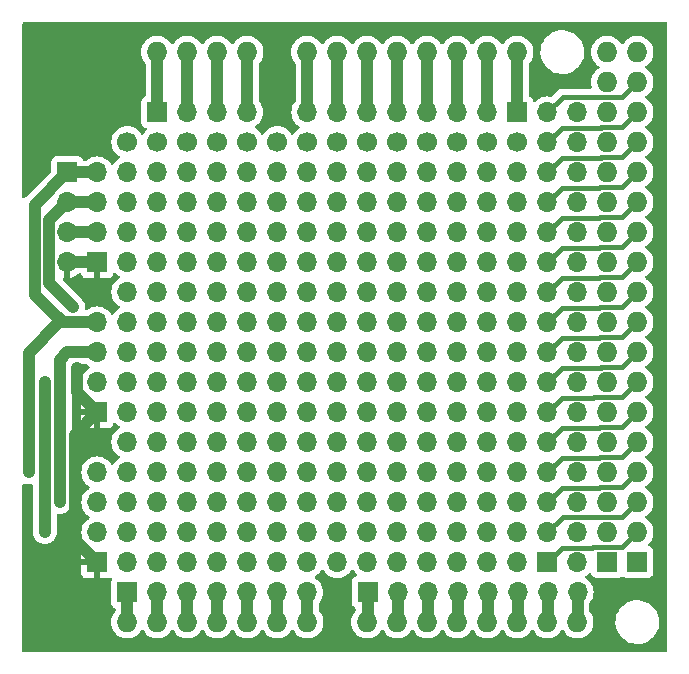
<source format=gbr>
%TF.GenerationSoftware,KiCad,Pcbnew,7.0.2*%
%TF.CreationDate,2023-07-27T18:48:29+02:00*%
%TF.ProjectId,Lochraster,4c6f6368-7261-4737-9465-722e6b696361,rev?*%
%TF.SameCoordinates,Original*%
%TF.FileFunction,Copper,L1,Top*%
%TF.FilePolarity,Positive*%
%FSLAX46Y46*%
G04 Gerber Fmt 4.6, Leading zero omitted, Abs format (unit mm)*
G04 Created by KiCad (PCBNEW 7.0.2) date 2023-07-27 18:48:29*
%MOMM*%
%LPD*%
G01*
G04 APERTURE LIST*
%TA.AperFunction,ComponentPad*%
%ADD10O,1.727200X1.727200*%
%TD*%
%TA.AperFunction,ComponentPad*%
%ADD11R,1.727200X1.727200*%
%TD*%
%TA.AperFunction,ComponentPad*%
%ADD12C,1.700000*%
%TD*%
%TA.AperFunction,ComponentPad*%
%ADD13O,1.700000X1.700000*%
%TD*%
%TA.AperFunction,ComponentPad*%
%ADD14R,1.700000X1.700000*%
%TD*%
%TA.AperFunction,ViaPad*%
%ADD15C,0.800000*%
%TD*%
%TA.AperFunction,Conductor*%
%ADD16C,1.000000*%
%TD*%
%TA.AperFunction,Conductor*%
%ADD17C,0.400000*%
%TD*%
G04 APERTURE END LIST*
D10*
%TO.P,XA1,5V3,5V*%
%TO.N,unconnected-(XA1-5V-Pad5V3)*%
X205933000Y-54460000D03*
%TO.P,XA1,5V4,5V*%
%TO.N,unconnected-(XA1-5V-Pad5V4)*%
X208473000Y-54460000D03*
%TO.P,XA1,A1,A1*%
%TO.N,Net-(J4-Pin_1)*%
X165293000Y-102720000D03*
%TO.P,XA1,A2,A2*%
%TO.N,Net-(J4-Pin_2)*%
X167833000Y-102720000D03*
%TO.P,XA1,A3,A3*%
%TO.N,Net-(J4-Pin_3)*%
X170373000Y-102720000D03*
%TO.P,XA1,A4,A4*%
%TO.N,Net-(J4-Pin_4)*%
X172913000Y-102720000D03*
%TO.P,XA1,A5,A5*%
%TO.N,Net-(J4-Pin_5)*%
X175453000Y-102720000D03*
%TO.P,XA1,A6,A6*%
%TO.N,Net-(J4-Pin_6)*%
X177993000Y-102720000D03*
%TO.P,XA1,A7,A7*%
%TO.N,Net-(J4-Pin_7)*%
X180533000Y-102720000D03*
%TO.P,XA1,A8,A8*%
%TO.N,Net-(J5-Pin_1)*%
X185613000Y-102720000D03*
%TO.P,XA1,A9,A9*%
%TO.N,Net-(J5-Pin_2)*%
X188153000Y-102720000D03*
%TO.P,XA1,A10,A10*%
%TO.N,Net-(J5-Pin_3)*%
X190693000Y-102720000D03*
%TO.P,XA1,A11,A11*%
%TO.N,Net-(J5-Pin_4)*%
X193233000Y-102720000D03*
%TO.P,XA1,A12,A12*%
%TO.N,Net-(J5-Pin_5)*%
X195773000Y-102720000D03*
%TO.P,XA1,A13,A13*%
%TO.N,Net-(J5-Pin_6)*%
X198313000Y-102720000D03*
%TO.P,XA1,A14,A14*%
%TO.N,Net-(J5-Pin_7)*%
X200853000Y-102720000D03*
%TO.P,XA1,A15,A15*%
%TO.N,Net-(J5-Pin_8)*%
X203393000Y-102720000D03*
%TO.P,XA1,D0,D0/RX0*%
%TO.N,Net-(J6-Pin_4)*%
X175453000Y-54460000D03*
%TO.P,XA1,D1,D1/TX0*%
%TO.N,Net-(J6-Pin_3)*%
X172913000Y-54460000D03*
%TO.P,XA1,D2,D2_INT0*%
%TO.N,Net-(J6-Pin_2)*%
X170373000Y-54460000D03*
%TO.P,XA1,D3,D3_INT1*%
%TO.N,Net-(J6-Pin_1)*%
X167833000Y-54460000D03*
%TO.P,XA1,D14,D14/TX3*%
%TO.N,Net-(J7-Pin_8)*%
X180533000Y-54460000D03*
%TO.P,XA1,D15,D15/RX3*%
%TO.N,Net-(J7-Pin_7)*%
X183073000Y-54460000D03*
%TO.P,XA1,D16,D16/TX2*%
%TO.N,Net-(J7-Pin_6)*%
X185613000Y-54460000D03*
%TO.P,XA1,D17,D17/RX2*%
%TO.N,Net-(J7-Pin_5)*%
X188153000Y-54460000D03*
%TO.P,XA1,D18,D18/TX1*%
%TO.N,Net-(J7-Pin_4)*%
X190693000Y-54460000D03*
%TO.P,XA1,D19,D19/RX1*%
%TO.N,Net-(J7-Pin_3)*%
X193233000Y-54460000D03*
%TO.P,XA1,D20,D20/SDA*%
%TO.N,Net-(J7-Pin_2)*%
X195773000Y-54460000D03*
%TO.P,XA1,D21,D21/SCL*%
%TO.N,Net-(J7-Pin_1)*%
X198313000Y-54460000D03*
%TO.P,XA1,D22,D22*%
%TO.N,Net-(J2-Pin_32)*%
X205933000Y-57000000D03*
%TO.P,XA1,D23,D23*%
%TO.N,Net-(J2-Pin_31)*%
X208473000Y-57000000D03*
%TO.P,XA1,D24,D24*%
%TO.N,Net-(J2-Pin_30)*%
X205933000Y-59540000D03*
%TO.P,XA1,D25,D25*%
%TO.N,Net-(J2-Pin_29)*%
X208473000Y-59540000D03*
%TO.P,XA1,D26,D26*%
%TO.N,Net-(J2-Pin_28)*%
X205933000Y-62080000D03*
%TO.P,XA1,D27,D27*%
%TO.N,Net-(J2-Pin_27)*%
X208473000Y-62080000D03*
%TO.P,XA1,D28,D28*%
%TO.N,Net-(J2-Pin_26)*%
X205933000Y-64620000D03*
%TO.P,XA1,D29,D29*%
%TO.N,Net-(J2-Pin_25)*%
X208473000Y-64620000D03*
%TO.P,XA1,D30,D30*%
%TO.N,Net-(J2-Pin_24)*%
X205933000Y-67160000D03*
%TO.P,XA1,D31,D31*%
%TO.N,Net-(J2-Pin_23)*%
X208473000Y-67160000D03*
%TO.P,XA1,D32,D32*%
%TO.N,Net-(J2-Pin_22)*%
X205933000Y-69700000D03*
%TO.P,XA1,D33,D33*%
%TO.N,Net-(J2-Pin_21)*%
X208473000Y-69700000D03*
%TO.P,XA1,D34,D34*%
%TO.N,Net-(J2-Pin_20)*%
X205933000Y-72240000D03*
%TO.P,XA1,D35,D35*%
%TO.N,Net-(J2-Pin_19)*%
X208473000Y-72240000D03*
%TO.P,XA1,D36,D36*%
%TO.N,Net-(J2-Pin_18)*%
X205933000Y-74780000D03*
%TO.P,XA1,D37,D37*%
%TO.N,Net-(J2-Pin_17)*%
X208473000Y-74780000D03*
%TO.P,XA1,D38,D38*%
%TO.N,Net-(J2-Pin_16)*%
X205933000Y-77320000D03*
%TO.P,XA1,D39,D39*%
%TO.N,Net-(J2-Pin_15)*%
X208473000Y-77320000D03*
%TO.P,XA1,D40,D40*%
%TO.N,Net-(J2-Pin_14)*%
X205933000Y-79860000D03*
%TO.P,XA1,D41,D41*%
%TO.N,Net-(J2-Pin_13)*%
X208473000Y-79860000D03*
%TO.P,XA1,D42,D42*%
%TO.N,Net-(J2-Pin_12)*%
X205933000Y-82400000D03*
%TO.P,XA1,D43,D43*%
%TO.N,Net-(J2-Pin_11)*%
X208473000Y-82400000D03*
%TO.P,XA1,D44,D44*%
%TO.N,Net-(J2-Pin_10)*%
X205933000Y-84940000D03*
%TO.P,XA1,D45,D45*%
%TO.N,Net-(J2-Pin_9)*%
X208473000Y-84940000D03*
%TO.P,XA1,D46,D46*%
%TO.N,Net-(J2-Pin_8)*%
X205933000Y-87480000D03*
%TO.P,XA1,D47,D47*%
%TO.N,Net-(J2-Pin_7)*%
X208473000Y-87480000D03*
%TO.P,XA1,D48,D48*%
%TO.N,Net-(J2-Pin_6)*%
X205933000Y-90020000D03*
%TO.P,XA1,D49,D49*%
%TO.N,Net-(J2-Pin_5)*%
X208473000Y-90020000D03*
%TO.P,XA1,D50,D50_MISO*%
%TO.N,Net-(J2-Pin_4)*%
X205933000Y-92560000D03*
%TO.P,XA1,D51,D51_MOSI*%
%TO.N,Net-(J2-Pin_3)*%
X208473000Y-92560000D03*
%TO.P,XA1,D52,D52_SCK*%
%TO.N,Net-(J2-Pin_2)*%
X205933000Y-95100000D03*
%TO.P,XA1,D53,D53_CS*%
%TO.N,Net-(J2-Pin_1)*%
X208473000Y-95100000D03*
D11*
%TO.P,XA1,GND5,GND*%
%TO.N,unconnected-(XA1-GND-PadGND5)*%
X205933000Y-97640000D03*
%TO.P,XA1,GND6,GND*%
%TO.N,unconnected-(XA1-GND-PadGND6)*%
X208473000Y-97640000D03*
%TD*%
D12*
%TO.P,REF\u002A\u002A,1*%
%TO.N,N/C*%
X195773000Y-62080000D03*
D13*
%TO.P,REF\u002A\u002A,2*%
X195773000Y-64620000D03*
%TO.P,REF\u002A\u002A,3*%
X195773000Y-67160000D03*
%TO.P,REF\u002A\u002A,4*%
X195773000Y-69700000D03*
%TO.P,REF\u002A\u002A,5*%
X195773000Y-72240000D03*
%TO.P,REF\u002A\u002A,6*%
X195773000Y-74780000D03*
%TO.P,REF\u002A\u002A,7*%
X195773000Y-77320000D03*
%TO.P,REF\u002A\u002A,8*%
X195773000Y-79860000D03*
%TO.P,REF\u002A\u002A,9*%
X195773000Y-82400000D03*
%TO.P,REF\u002A\u002A,10*%
X195773000Y-84940000D03*
%TO.P,REF\u002A\u002A,11*%
X195773000Y-87480000D03*
%TO.P,REF\u002A\u002A,12*%
X195773000Y-90020000D03*
%TO.P,REF\u002A\u002A,13*%
X195773000Y-92560000D03*
%TO.P,REF\u002A\u002A,14*%
X195773000Y-95100000D03*
%TO.P,REF\u002A\u002A,15*%
X195773000Y-97640000D03*
%TD*%
D14*
%TO.P,J6,1,Pin_1*%
%TO.N,Net-(J6-Pin_1)*%
X167833000Y-59545000D03*
D13*
%TO.P,J6,2,Pin_2*%
%TO.N,Net-(J6-Pin_2)*%
X170373000Y-59545000D03*
%TO.P,J6,3,Pin_3*%
%TO.N,Net-(J6-Pin_3)*%
X172913000Y-59545000D03*
%TO.P,J6,4,Pin_4*%
%TO.N,Net-(J6-Pin_4)*%
X175453000Y-59545000D03*
%TD*%
D14*
%TO.P,J7,1,Pin_1*%
%TO.N,Net-(J7-Pin_1)*%
X198313000Y-59570000D03*
D13*
%TO.P,J7,2,Pin_2*%
%TO.N,Net-(J7-Pin_2)*%
X195773000Y-59570000D03*
%TO.P,J7,3,Pin_3*%
%TO.N,Net-(J7-Pin_3)*%
X193233000Y-59570000D03*
%TO.P,J7,4,Pin_4*%
%TO.N,Net-(J7-Pin_4)*%
X190693000Y-59570000D03*
%TO.P,J7,5,Pin_5*%
%TO.N,Net-(J7-Pin_5)*%
X188153000Y-59570000D03*
%TO.P,J7,6,Pin_6*%
%TO.N,Net-(J7-Pin_6)*%
X185613000Y-59570000D03*
%TO.P,J7,7,Pin_7*%
%TO.N,Net-(J7-Pin_7)*%
X183073000Y-59570000D03*
%TO.P,J7,8,Pin_8*%
%TO.N,Net-(J7-Pin_8)*%
X180533000Y-59570000D03*
%TD*%
D12*
%TO.P,REF\u002A\u002A,1*%
%TO.N,N/C*%
X172913000Y-62080000D03*
D13*
%TO.P,REF\u002A\u002A,2*%
X172913000Y-64620000D03*
%TO.P,REF\u002A\u002A,3*%
X172913000Y-67160000D03*
%TO.P,REF\u002A\u002A,4*%
X172913000Y-69700000D03*
%TO.P,REF\u002A\u002A,5*%
X172913000Y-72240000D03*
%TO.P,REF\u002A\u002A,6*%
X172913000Y-74780000D03*
%TO.P,REF\u002A\u002A,7*%
X172913000Y-77320000D03*
%TO.P,REF\u002A\u002A,8*%
X172913000Y-79860000D03*
%TO.P,REF\u002A\u002A,9*%
X172913000Y-82400000D03*
%TO.P,REF\u002A\u002A,10*%
X172913000Y-84940000D03*
%TO.P,REF\u002A\u002A,11*%
X172913000Y-87480000D03*
%TO.P,REF\u002A\u002A,12*%
X172913000Y-90020000D03*
%TO.P,REF\u002A\u002A,13*%
X172913000Y-92560000D03*
%TO.P,REF\u002A\u002A,14*%
X172913000Y-95100000D03*
%TO.P,REF\u002A\u002A,15*%
X172913000Y-97640000D03*
%TD*%
D12*
%TO.P,REF\u002A\u002A,1*%
%TO.N,N/C*%
X177993000Y-62080000D03*
D13*
%TO.P,REF\u002A\u002A,2*%
X177993000Y-64620000D03*
%TO.P,REF\u002A\u002A,3*%
X177993000Y-67160000D03*
%TO.P,REF\u002A\u002A,4*%
X177993000Y-69700000D03*
%TO.P,REF\u002A\u002A,5*%
X177993000Y-72240000D03*
%TO.P,REF\u002A\u002A,6*%
X177993000Y-74780000D03*
%TO.P,REF\u002A\u002A,7*%
X177993000Y-77320000D03*
%TO.P,REF\u002A\u002A,8*%
X177993000Y-79860000D03*
%TO.P,REF\u002A\u002A,9*%
X177993000Y-82400000D03*
%TO.P,REF\u002A\u002A,10*%
X177993000Y-84940000D03*
%TO.P,REF\u002A\u002A,11*%
X177993000Y-87480000D03*
%TO.P,REF\u002A\u002A,12*%
X177993000Y-90020000D03*
%TO.P,REF\u002A\u002A,13*%
X177993000Y-92560000D03*
%TO.P,REF\u002A\u002A,14*%
X177993000Y-95100000D03*
%TO.P,REF\u002A\u002A,15*%
X177993000Y-97640000D03*
%TD*%
D12*
%TO.P,REF\u002A\u002A,1*%
%TO.N,N/C*%
X167833000Y-62080000D03*
D13*
%TO.P,REF\u002A\u002A,2*%
X167833000Y-64620000D03*
%TO.P,REF\u002A\u002A,3*%
X167833000Y-67160000D03*
%TO.P,REF\u002A\u002A,4*%
X167833000Y-69700000D03*
%TO.P,REF\u002A\u002A,5*%
X167833000Y-72240000D03*
%TO.P,REF\u002A\u002A,6*%
X167833000Y-74780000D03*
%TO.P,REF\u002A\u002A,7*%
X167833000Y-77320000D03*
%TO.P,REF\u002A\u002A,8*%
X167833000Y-79860000D03*
%TO.P,REF\u002A\u002A,9*%
X167833000Y-82400000D03*
%TO.P,REF\u002A\u002A,10*%
X167833000Y-84940000D03*
%TO.P,REF\u002A\u002A,11*%
X167833000Y-87480000D03*
%TO.P,REF\u002A\u002A,12*%
X167833000Y-90020000D03*
%TO.P,REF\u002A\u002A,13*%
X167833000Y-92560000D03*
%TO.P,REF\u002A\u002A,14*%
X167833000Y-95100000D03*
%TO.P,REF\u002A\u002A,15*%
X167833000Y-97640000D03*
%TD*%
D12*
%TO.P,REF\u002A\u002A,1*%
%TO.N,N/C*%
X198313000Y-62080000D03*
D13*
%TO.P,REF\u002A\u002A,2*%
X198313000Y-64620000D03*
%TO.P,REF\u002A\u002A,3*%
X198313000Y-67160000D03*
%TO.P,REF\u002A\u002A,4*%
X198313000Y-69700000D03*
%TO.P,REF\u002A\u002A,5*%
X198313000Y-72240000D03*
%TO.P,REF\u002A\u002A,6*%
X198313000Y-74780000D03*
%TO.P,REF\u002A\u002A,7*%
X198313000Y-77320000D03*
%TO.P,REF\u002A\u002A,8*%
X198313000Y-79860000D03*
%TO.P,REF\u002A\u002A,9*%
X198313000Y-82400000D03*
%TO.P,REF\u002A\u002A,10*%
X198313000Y-84940000D03*
%TO.P,REF\u002A\u002A,11*%
X198313000Y-87480000D03*
%TO.P,REF\u002A\u002A,12*%
X198313000Y-90020000D03*
%TO.P,REF\u002A\u002A,13*%
X198313000Y-92560000D03*
%TO.P,REF\u002A\u002A,14*%
X198313000Y-95100000D03*
%TO.P,REF\u002A\u002A,15*%
X198313000Y-97640000D03*
%TD*%
D14*
%TO.P,J2,1,Pin_1*%
%TO.N,Net-(J2-Pin_1)*%
X200853000Y-97670000D03*
D13*
%TO.P,J2,2,Pin_2*%
%TO.N,Net-(J2-Pin_2)*%
X203393000Y-97670000D03*
%TO.P,J2,3,Pin_3*%
%TO.N,Net-(J2-Pin_3)*%
X200853000Y-95130000D03*
%TO.P,J2,4,Pin_4*%
%TO.N,Net-(J2-Pin_4)*%
X203393000Y-95130000D03*
%TO.P,J2,5,Pin_5*%
%TO.N,Net-(J2-Pin_5)*%
X200853000Y-92590000D03*
%TO.P,J2,6,Pin_6*%
%TO.N,Net-(J2-Pin_6)*%
X203393000Y-92590000D03*
%TO.P,J2,7,Pin_7*%
%TO.N,Net-(J2-Pin_7)*%
X200853000Y-90050000D03*
%TO.P,J2,8,Pin_8*%
%TO.N,Net-(J2-Pin_8)*%
X203393000Y-90050000D03*
%TO.P,J2,9,Pin_9*%
%TO.N,Net-(J2-Pin_9)*%
X200853000Y-87510000D03*
%TO.P,J2,10,Pin_10*%
%TO.N,Net-(J2-Pin_10)*%
X203393000Y-87510000D03*
%TO.P,J2,11,Pin_11*%
%TO.N,Net-(J2-Pin_11)*%
X200853000Y-84970000D03*
%TO.P,J2,12,Pin_12*%
%TO.N,Net-(J2-Pin_12)*%
X203393000Y-84970000D03*
%TO.P,J2,13,Pin_13*%
%TO.N,Net-(J2-Pin_13)*%
X200853000Y-82430000D03*
%TO.P,J2,14,Pin_14*%
%TO.N,Net-(J2-Pin_14)*%
X203393000Y-82430000D03*
%TO.P,J2,15,Pin_15*%
%TO.N,Net-(J2-Pin_15)*%
X200853000Y-79890000D03*
%TO.P,J2,16,Pin_16*%
%TO.N,Net-(J2-Pin_16)*%
X203393000Y-79890000D03*
%TO.P,J2,17,Pin_17*%
%TO.N,Net-(J2-Pin_17)*%
X200853000Y-77350000D03*
%TO.P,J2,18,Pin_18*%
%TO.N,Net-(J2-Pin_18)*%
X203393000Y-77350000D03*
%TO.P,J2,19,Pin_19*%
%TO.N,Net-(J2-Pin_19)*%
X200853000Y-74810000D03*
%TO.P,J2,20,Pin_20*%
%TO.N,Net-(J2-Pin_20)*%
X203393000Y-74810000D03*
%TO.P,J2,21,Pin_21*%
%TO.N,Net-(J2-Pin_21)*%
X200853000Y-72270000D03*
%TO.P,J2,22,Pin_22*%
%TO.N,Net-(J2-Pin_22)*%
X203393000Y-72270000D03*
%TO.P,J2,23,Pin_23*%
%TO.N,Net-(J2-Pin_23)*%
X200853000Y-69730000D03*
%TO.P,J2,24,Pin_24*%
%TO.N,Net-(J2-Pin_24)*%
X203393000Y-69730000D03*
%TO.P,J2,25,Pin_25*%
%TO.N,Net-(J2-Pin_25)*%
X200853000Y-67190000D03*
%TO.P,J2,26,Pin_26*%
%TO.N,Net-(J2-Pin_26)*%
X203393000Y-67190000D03*
%TO.P,J2,27,Pin_27*%
%TO.N,Net-(J2-Pin_27)*%
X200853000Y-64650000D03*
%TO.P,J2,28,Pin_28*%
%TO.N,Net-(J2-Pin_28)*%
X203393000Y-64650000D03*
%TO.P,J2,29,Pin_29*%
%TO.N,Net-(J2-Pin_29)*%
X200853000Y-62110000D03*
%TO.P,J2,30,Pin_30*%
%TO.N,Net-(J2-Pin_30)*%
X203393000Y-62110000D03*
%TO.P,J2,31,Pin_31*%
%TO.N,Net-(J2-Pin_31)*%
X200853000Y-59570000D03*
%TO.P,J2,32,Pin_32*%
%TO.N,Net-(J2-Pin_32)*%
X203393000Y-59570000D03*
%TD*%
D12*
%TO.P,REF\u002A\u002A,1*%
%TO.N,N/C*%
X193233000Y-62080000D03*
D13*
%TO.P,REF\u002A\u002A,2*%
X193233000Y-64620000D03*
%TO.P,REF\u002A\u002A,3*%
X193233000Y-67160000D03*
%TO.P,REF\u002A\u002A,4*%
X193233000Y-69700000D03*
%TO.P,REF\u002A\u002A,5*%
X193233000Y-72240000D03*
%TO.P,REF\u002A\u002A,6*%
X193233000Y-74780000D03*
%TO.P,REF\u002A\u002A,7*%
X193233000Y-77320000D03*
%TO.P,REF\u002A\u002A,8*%
X193233000Y-79860000D03*
%TO.P,REF\u002A\u002A,9*%
X193233000Y-82400000D03*
%TO.P,REF\u002A\u002A,10*%
X193233000Y-84940000D03*
%TO.P,REF\u002A\u002A,11*%
X193233000Y-87480000D03*
%TO.P,REF\u002A\u002A,12*%
X193233000Y-90020000D03*
%TO.P,REF\u002A\u002A,13*%
X193233000Y-92560000D03*
%TO.P,REF\u002A\u002A,14*%
X193233000Y-95100000D03*
%TO.P,REF\u002A\u002A,15*%
X193233000Y-97640000D03*
%TD*%
D14*
%TO.P,J8,1,Pin_1*%
%TO.N,Net-(J1-Pin_4)*%
X162753000Y-97670000D03*
D13*
%TO.P,J8,2,Pin_2*%
%TO.N,Net-(J1-Pin_3)*%
X162753000Y-95130000D03*
%TO.P,J8,3,Pin_3*%
%TO.N,Net-(J1-Pin_2)*%
X162753000Y-92590000D03*
%TO.P,J8,4,Pin_4*%
%TO.N,Net-(J1-Pin_1)*%
X162753000Y-90050000D03*
%TD*%
D14*
%TO.P,J5,1,Pin_1*%
%TO.N,Net-(J5-Pin_1)*%
X185628000Y-100185000D03*
D13*
%TO.P,J5,2,Pin_2*%
%TO.N,Net-(J5-Pin_2)*%
X188168000Y-100185000D03*
%TO.P,J5,3,Pin_3*%
%TO.N,Net-(J5-Pin_3)*%
X190708000Y-100185000D03*
%TO.P,J5,4,Pin_4*%
%TO.N,Net-(J5-Pin_4)*%
X193248000Y-100185000D03*
%TO.P,J5,5,Pin_5*%
%TO.N,Net-(J5-Pin_5)*%
X195788000Y-100185000D03*
%TO.P,J5,6,Pin_6*%
%TO.N,Net-(J5-Pin_6)*%
X198328000Y-100185000D03*
%TO.P,J5,7,Pin_7*%
%TO.N,Net-(J5-Pin_7)*%
X200868000Y-100185000D03*
%TO.P,J5,8,Pin_8*%
%TO.N,Net-(J5-Pin_8)*%
X203408000Y-100185000D03*
%TD*%
D12*
%TO.P,REF\u002A\u002A,1*%
%TO.N,N/C*%
X188153000Y-62080000D03*
D13*
%TO.P,REF\u002A\u002A,2*%
X188153000Y-64620000D03*
%TO.P,REF\u002A\u002A,3*%
X188153000Y-67160000D03*
%TO.P,REF\u002A\u002A,4*%
X188153000Y-69700000D03*
%TO.P,REF\u002A\u002A,5*%
X188153000Y-72240000D03*
%TO.P,REF\u002A\u002A,6*%
X188153000Y-74780000D03*
%TO.P,REF\u002A\u002A,7*%
X188153000Y-77320000D03*
%TO.P,REF\u002A\u002A,8*%
X188153000Y-79860000D03*
%TO.P,REF\u002A\u002A,9*%
X188153000Y-82400000D03*
%TO.P,REF\u002A\u002A,10*%
X188153000Y-84940000D03*
%TO.P,REF\u002A\u002A,11*%
X188153000Y-87480000D03*
%TO.P,REF\u002A\u002A,12*%
X188153000Y-90020000D03*
%TO.P,REF\u002A\u002A,13*%
X188153000Y-92560000D03*
%TO.P,REF\u002A\u002A,14*%
X188153000Y-95100000D03*
%TO.P,REF\u002A\u002A,15*%
X188153000Y-97640000D03*
%TD*%
D12*
%TO.P,REF\u002A\u002A,1*%
%TO.N,N/C*%
X165293000Y-62080000D03*
D13*
%TO.P,REF\u002A\u002A,2*%
X165293000Y-64620000D03*
%TO.P,REF\u002A\u002A,3*%
X165293000Y-67160000D03*
%TO.P,REF\u002A\u002A,4*%
X165293000Y-69700000D03*
%TO.P,REF\u002A\u002A,5*%
X165293000Y-72240000D03*
%TO.P,REF\u002A\u002A,6*%
X165293000Y-74780000D03*
%TO.P,REF\u002A\u002A,7*%
X165293000Y-77320000D03*
%TO.P,REF\u002A\u002A,8*%
X165293000Y-79860000D03*
%TO.P,REF\u002A\u002A,9*%
X165293000Y-82400000D03*
%TO.P,REF\u002A\u002A,10*%
X165293000Y-84940000D03*
%TO.P,REF\u002A\u002A,11*%
X165293000Y-87480000D03*
%TO.P,REF\u002A\u002A,12*%
X165293000Y-90020000D03*
%TO.P,REF\u002A\u002A,13*%
X165293000Y-92560000D03*
%TO.P,REF\u002A\u002A,14*%
X165293000Y-95100000D03*
%TO.P,REF\u002A\u002A,15*%
X165293000Y-97640000D03*
%TD*%
D14*
%TO.P,J4,1,Pin_1*%
%TO.N,Net-(J4-Pin_1)*%
X165293000Y-100210000D03*
D13*
%TO.P,J4,2,Pin_2*%
%TO.N,Net-(J4-Pin_2)*%
X167833000Y-100210000D03*
%TO.P,J4,3,Pin_3*%
%TO.N,Net-(J4-Pin_3)*%
X170373000Y-100210000D03*
%TO.P,J4,4,Pin_4*%
%TO.N,Net-(J4-Pin_4)*%
X172913000Y-100210000D03*
%TO.P,J4,5,Pin_5*%
%TO.N,Net-(J4-Pin_5)*%
X175453000Y-100210000D03*
%TO.P,J4,6,Pin_6*%
%TO.N,Net-(J4-Pin_6)*%
X177993000Y-100210000D03*
%TO.P,J4,7,Pin_7*%
%TO.N,Net-(J4-Pin_7)*%
X180533000Y-100210000D03*
%TD*%
D14*
%TO.P,J9,1,Pin_1*%
%TO.N,Net-(J1-Pin_4)*%
X162753000Y-84970000D03*
D13*
%TO.P,J9,2,Pin_2*%
%TO.N,Net-(J1-Pin_3)*%
X162753000Y-82430000D03*
%TO.P,J9,3,Pin_3*%
%TO.N,Net-(J1-Pin_2)*%
X162753000Y-79890000D03*
%TO.P,J9,4,Pin_4*%
%TO.N,Net-(J1-Pin_1)*%
X162753000Y-77350000D03*
%TD*%
D12*
%TO.P,REF\u002A\u002A,1*%
%TO.N,N/C*%
X190693000Y-62080000D03*
D13*
%TO.P,REF\u002A\u002A,2*%
X190693000Y-64620000D03*
%TO.P,REF\u002A\u002A,3*%
X190693000Y-67160000D03*
%TO.P,REF\u002A\u002A,4*%
X190693000Y-69700000D03*
%TO.P,REF\u002A\u002A,5*%
X190693000Y-72240000D03*
%TO.P,REF\u002A\u002A,6*%
X190693000Y-74780000D03*
%TO.P,REF\u002A\u002A,7*%
X190693000Y-77320000D03*
%TO.P,REF\u002A\u002A,8*%
X190693000Y-79860000D03*
%TO.P,REF\u002A\u002A,9*%
X190693000Y-82400000D03*
%TO.P,REF\u002A\u002A,10*%
X190693000Y-84940000D03*
%TO.P,REF\u002A\u002A,11*%
X190693000Y-87480000D03*
%TO.P,REF\u002A\u002A,12*%
X190693000Y-90020000D03*
%TO.P,REF\u002A\u002A,13*%
X190693000Y-92560000D03*
%TO.P,REF\u002A\u002A,14*%
X190693000Y-95100000D03*
%TO.P,REF\u002A\u002A,15*%
X190693000Y-97640000D03*
%TD*%
D12*
%TO.P,REF\u002A\u002A,1*%
%TO.N,N/C*%
X170373000Y-62080000D03*
D13*
%TO.P,REF\u002A\u002A,2*%
X170373000Y-64620000D03*
%TO.P,REF\u002A\u002A,3*%
X170373000Y-67160000D03*
%TO.P,REF\u002A\u002A,4*%
X170373000Y-69700000D03*
%TO.P,REF\u002A\u002A,5*%
X170373000Y-72240000D03*
%TO.P,REF\u002A\u002A,6*%
X170373000Y-74780000D03*
%TO.P,REF\u002A\u002A,7*%
X170373000Y-77320000D03*
%TO.P,REF\u002A\u002A,8*%
X170373000Y-79860000D03*
%TO.P,REF\u002A\u002A,9*%
X170373000Y-82400000D03*
%TO.P,REF\u002A\u002A,10*%
X170373000Y-84940000D03*
%TO.P,REF\u002A\u002A,11*%
X170373000Y-87480000D03*
%TO.P,REF\u002A\u002A,12*%
X170373000Y-90020000D03*
%TO.P,REF\u002A\u002A,13*%
X170373000Y-92560000D03*
%TO.P,REF\u002A\u002A,14*%
X170373000Y-95100000D03*
%TO.P,REF\u002A\u002A,15*%
X170373000Y-97640000D03*
%TD*%
D14*
%TO.P,J1,1,Pin_1*%
%TO.N,Net-(J1-Pin_1)*%
X160213000Y-64620000D03*
D13*
%TO.P,J1,2,Pin_2*%
%TO.N,Net-(J1-Pin_2)*%
X160213000Y-67160000D03*
%TO.P,J1,3,Pin_3*%
%TO.N,Net-(J1-Pin_3)*%
X160213000Y-69700000D03*
%TO.P,J1,4,Pin_4*%
%TO.N,Net-(J1-Pin_4)*%
X160213000Y-72240000D03*
%TD*%
D12*
%TO.P,REF\u002A\u002A,1*%
%TO.N,N/C*%
X185613000Y-62080000D03*
D13*
%TO.P,REF\u002A\u002A,2*%
X185613000Y-64620000D03*
%TO.P,REF\u002A\u002A,3*%
X185613000Y-67160000D03*
%TO.P,REF\u002A\u002A,4*%
X185613000Y-69700000D03*
%TO.P,REF\u002A\u002A,5*%
X185613000Y-72240000D03*
%TO.P,REF\u002A\u002A,6*%
X185613000Y-74780000D03*
%TO.P,REF\u002A\u002A,7*%
X185613000Y-77320000D03*
%TO.P,REF\u002A\u002A,8*%
X185613000Y-79860000D03*
%TO.P,REF\u002A\u002A,9*%
X185613000Y-82400000D03*
%TO.P,REF\u002A\u002A,10*%
X185613000Y-84940000D03*
%TO.P,REF\u002A\u002A,11*%
X185613000Y-87480000D03*
%TO.P,REF\u002A\u002A,12*%
X185613000Y-90020000D03*
%TO.P,REF\u002A\u002A,13*%
X185613000Y-92560000D03*
%TO.P,REF\u002A\u002A,14*%
X185613000Y-95100000D03*
%TO.P,REF\u002A\u002A,15*%
X185613000Y-97640000D03*
%TD*%
D12*
%TO.P,REF\u002A\u002A,1*%
%TO.N,N/C*%
X180533000Y-62080000D03*
D13*
%TO.P,REF\u002A\u002A,2*%
X180533000Y-64620000D03*
%TO.P,REF\u002A\u002A,3*%
X180533000Y-67160000D03*
%TO.P,REF\u002A\u002A,4*%
X180533000Y-69700000D03*
%TO.P,REF\u002A\u002A,5*%
X180533000Y-72240000D03*
%TO.P,REF\u002A\u002A,6*%
X180533000Y-74780000D03*
%TO.P,REF\u002A\u002A,7*%
X180533000Y-77320000D03*
%TO.P,REF\u002A\u002A,8*%
X180533000Y-79860000D03*
%TO.P,REF\u002A\u002A,9*%
X180533000Y-82400000D03*
%TO.P,REF\u002A\u002A,10*%
X180533000Y-84940000D03*
%TO.P,REF\u002A\u002A,11*%
X180533000Y-87480000D03*
%TO.P,REF\u002A\u002A,12*%
X180533000Y-90020000D03*
%TO.P,REF\u002A\u002A,13*%
X180533000Y-92560000D03*
%TO.P,REF\u002A\u002A,14*%
X180533000Y-95100000D03*
%TO.P,REF\u002A\u002A,15*%
X180533000Y-97640000D03*
%TD*%
D14*
%TO.P,J3,1,Pin_1*%
%TO.N,Net-(J1-Pin_4)*%
X162753000Y-72270000D03*
D13*
%TO.P,J3,2,Pin_2*%
%TO.N,Net-(J1-Pin_3)*%
X162753000Y-69730000D03*
%TO.P,J3,3,Pin_3*%
%TO.N,Net-(J1-Pin_2)*%
X162753000Y-67190000D03*
%TO.P,J3,4,Pin_4*%
%TO.N,Net-(J1-Pin_1)*%
X162753000Y-64650000D03*
%TD*%
D12*
%TO.P,REF\u002A\u002A,1*%
%TO.N,N/C*%
X175453000Y-62080000D03*
D13*
%TO.P,REF\u002A\u002A,2*%
X175453000Y-64620000D03*
%TO.P,REF\u002A\u002A,3*%
X175453000Y-67160000D03*
%TO.P,REF\u002A\u002A,4*%
X175453000Y-69700000D03*
%TO.P,REF\u002A\u002A,5*%
X175453000Y-72240000D03*
%TO.P,REF\u002A\u002A,6*%
X175453000Y-74780000D03*
%TO.P,REF\u002A\u002A,7*%
X175453000Y-77320000D03*
%TO.P,REF\u002A\u002A,8*%
X175453000Y-79860000D03*
%TO.P,REF\u002A\u002A,9*%
X175453000Y-82400000D03*
%TO.P,REF\u002A\u002A,10*%
X175453000Y-84940000D03*
%TO.P,REF\u002A\u002A,11*%
X175453000Y-87480000D03*
%TO.P,REF\u002A\u002A,12*%
X175453000Y-90020000D03*
%TO.P,REF\u002A\u002A,13*%
X175453000Y-92560000D03*
%TO.P,REF\u002A\u002A,14*%
X175453000Y-95100000D03*
%TO.P,REF\u002A\u002A,15*%
X175453000Y-97640000D03*
%TD*%
D12*
%TO.P,REF\u002A\u002A,1*%
%TO.N,N/C*%
X183073000Y-62080000D03*
D13*
%TO.P,REF\u002A\u002A,2*%
X183073000Y-64620000D03*
%TO.P,REF\u002A\u002A,3*%
X183073000Y-67160000D03*
%TO.P,REF\u002A\u002A,4*%
X183073000Y-69700000D03*
%TO.P,REF\u002A\u002A,5*%
X183073000Y-72240000D03*
%TO.P,REF\u002A\u002A,6*%
X183073000Y-74780000D03*
%TO.P,REF\u002A\u002A,7*%
X183073000Y-77320000D03*
%TO.P,REF\u002A\u002A,8*%
X183073000Y-79860000D03*
%TO.P,REF\u002A\u002A,9*%
X183073000Y-82400000D03*
%TO.P,REF\u002A\u002A,10*%
X183073000Y-84940000D03*
%TO.P,REF\u002A\u002A,11*%
X183073000Y-87480000D03*
%TO.P,REF\u002A\u002A,12*%
X183073000Y-90020000D03*
%TO.P,REF\u002A\u002A,13*%
X183073000Y-92560000D03*
%TO.P,REF\u002A\u002A,14*%
X183073000Y-95100000D03*
%TO.P,REF\u002A\u002A,15*%
X183073000Y-97640000D03*
%TD*%
D15*
%TO.N,Net-(J1-Pin_1)*%
X156933000Y-90050000D03*
%TO.N,Net-(J1-Pin_2)*%
X159578000Y-92560000D03*
X160707001Y-76050000D03*
%TO.N,Net-(J1-Pin_3)*%
X158308000Y-95100000D03*
X158307502Y-82400000D03*
%TO.N,Net-(J1-Pin_4)*%
X157927000Y-63096000D03*
X160990676Y-81200500D03*
%TD*%
D16*
%TO.N,Net-(J1-Pin_1)*%
X162753000Y-64650000D02*
X160243000Y-64650000D01*
X159548000Y-77350000D02*
X159816650Y-77350000D01*
X160243000Y-64650000D02*
X160213000Y-64620000D01*
X157463499Y-67369501D02*
X157463499Y-74996849D01*
X157463499Y-74996849D02*
X158729825Y-76263175D01*
X160213000Y-64620000D02*
X157463499Y-67369501D01*
X159816650Y-77350000D02*
X162753000Y-77350000D01*
X158729825Y-76263175D02*
X159816650Y-77350000D01*
X156933000Y-90050000D02*
X156933000Y-79965000D01*
X156933000Y-79965000D02*
X159548000Y-77350000D01*
%TO.N,Net-(J1-Pin_2)*%
X160183000Y-79890000D02*
X159578000Y-80495000D01*
X159578000Y-80495000D02*
X159578000Y-92560000D01*
X160213000Y-67160000D02*
X158663000Y-68710000D01*
X158663000Y-74005999D02*
X160707001Y-76050000D01*
X160213000Y-67160000D02*
X162723000Y-67160000D01*
X162753000Y-79890000D02*
X160183000Y-79890000D01*
X158663000Y-68710000D02*
X158663000Y-74005999D01*
X162723000Y-67160000D02*
X162753000Y-67190000D01*
%TO.N,Net-(J1-Pin_3)*%
X162723000Y-69700000D02*
X162753000Y-69730000D01*
X160213000Y-69700000D02*
X162723000Y-69700000D01*
X158307502Y-95099502D02*
X158307502Y-82400000D01*
X158308000Y-95100000D02*
X158307502Y-95099502D01*
%TO.N,Net-(J1-Pin_4)*%
X162723000Y-72240000D02*
X162753000Y-72270000D01*
X160990676Y-83207676D02*
X160990676Y-81200500D01*
X162753000Y-84970000D02*
X160848000Y-86875000D01*
X160213000Y-72240000D02*
X162723000Y-72240000D01*
X162753000Y-84970000D02*
X160990676Y-83207676D01*
X160848000Y-95765000D02*
X162753000Y-97670000D01*
X160848000Y-86875000D02*
X160848000Y-95765000D01*
D17*
%TO.N,Net-(J2-Pin_1)*%
X204725800Y-96363600D02*
X207209400Y-96363600D01*
X202103000Y-96420000D02*
X204669400Y-96420000D01*
X200853000Y-97670000D02*
X202103000Y-96420000D01*
X204669400Y-96420000D02*
X204725800Y-96363600D01*
X207209400Y-96363600D02*
X208473000Y-95100000D01*
%TO.N,Net-(J2-Pin_3)*%
X207209400Y-93823600D02*
X208473000Y-92560000D01*
X204653001Y-93840000D02*
X204669401Y-93823600D01*
X204669401Y-93823600D02*
X207209400Y-93823600D01*
X200853000Y-95130000D02*
X202143000Y-93840000D01*
X202143000Y-93840000D02*
X204653001Y-93840000D01*
%TO.N,Net-(J2-Pin_5)*%
X207209400Y-91283600D02*
X208473000Y-90020000D01*
X200853000Y-92590000D02*
X202103000Y-91340000D01*
X205304400Y-91283600D02*
X207209400Y-91283600D01*
X202103000Y-91340000D02*
X205248000Y-91340000D01*
X205248000Y-91340000D02*
X205304400Y-91283600D01*
%TO.N,Net-(J2-Pin_7)*%
X205298000Y-88750000D02*
X207203000Y-88750000D01*
X200853000Y-90050000D02*
X202103000Y-88800000D01*
X207203000Y-88750000D02*
X208473000Y-87480000D01*
X205248000Y-88800000D02*
X205298000Y-88750000D01*
X202103000Y-88800000D02*
X205248000Y-88800000D01*
%TO.N,Net-(J2-Pin_9)*%
X205304400Y-86203600D02*
X207209400Y-86203600D01*
X207209400Y-86203600D02*
X208473000Y-84940000D01*
X200853000Y-87510000D02*
X202103000Y-86260000D01*
X202103000Y-86260000D02*
X205248000Y-86260000D01*
X205248000Y-86260000D02*
X205304400Y-86203600D01*
%TO.N,Net-(J2-Pin_11)*%
X204713001Y-83720000D02*
X204763001Y-83670000D01*
X204763001Y-83670000D02*
X207203000Y-83670000D01*
X207203000Y-83670000D02*
X208473000Y-82400000D01*
X200853000Y-84970000D02*
X202103000Y-83720000D01*
X202103000Y-83720000D02*
X204713001Y-83720000D01*
%TO.N,Net-(J2-Pin_13)*%
X200853000Y-82430000D02*
X202103000Y-81180000D01*
X202103000Y-81180000D02*
X205365999Y-81180000D01*
X207203000Y-81130000D02*
X208473000Y-79860000D01*
X205365999Y-81180000D02*
X205415999Y-81130000D01*
X205415999Y-81130000D02*
X207203000Y-81130000D01*
%TO.N,Net-(J2-Pin_15)*%
X205248000Y-78640000D02*
X205304400Y-78583600D01*
X205304400Y-78583600D02*
X207209400Y-78583600D01*
X200853000Y-79890000D02*
X202103000Y-78640000D01*
X207209400Y-78583600D02*
X208473000Y-77320000D01*
X202103000Y-78640000D02*
X205248000Y-78640000D01*
%TO.N,Net-(J2-Pin_17)*%
X207209400Y-76043600D02*
X208473000Y-74780000D01*
X200853000Y-77350000D02*
X202103000Y-76100000D01*
X205304400Y-76043600D02*
X207209400Y-76043600D01*
X202103000Y-76100000D02*
X205248000Y-76100000D01*
X205248000Y-76100000D02*
X205304400Y-76043600D01*
%TO.N,Net-(J2-Pin_19)*%
X205248000Y-73560000D02*
X205304400Y-73503600D01*
X200853000Y-74810000D02*
X202103000Y-73560000D01*
X202103000Y-73560000D02*
X205248000Y-73560000D01*
X205304400Y-73503600D02*
X207209400Y-73503600D01*
X207209400Y-73503600D02*
X208473000Y-72240000D01*
%TO.N,Net-(J2-Pin_21)*%
X200853000Y-72270000D02*
X202103000Y-71020000D01*
X207209400Y-70963600D02*
X208473000Y-69700000D01*
X205248000Y-71020000D02*
X205304400Y-70963600D01*
X202103000Y-71020000D02*
X205248000Y-71020000D01*
X205304400Y-70963600D02*
X207209400Y-70963600D01*
%TO.N,Net-(J2-Pin_23)*%
X205248000Y-68480000D02*
X205298000Y-68430000D01*
X200853000Y-69730000D02*
X202103000Y-68480000D01*
X205298000Y-68430000D02*
X207203000Y-68430000D01*
X202103000Y-68480000D02*
X205248000Y-68480000D01*
X207203000Y-68430000D02*
X208473000Y-67160000D01*
%TO.N,Net-(J2-Pin_25)*%
X200853000Y-67190000D02*
X202103000Y-65940000D01*
X205248000Y-65940000D02*
X205304400Y-65883600D01*
X207209400Y-65883600D02*
X208473000Y-64620000D01*
X202103000Y-65940000D02*
X205248000Y-65940000D01*
X205304400Y-65883600D02*
X207209400Y-65883600D01*
%TO.N,Net-(J2-Pin_27)*%
X207203000Y-63350000D02*
X208473000Y-62080000D01*
X205365999Y-63400000D02*
X205415999Y-63350000D01*
X202103000Y-63400000D02*
X205365999Y-63400000D01*
X205415999Y-63350000D02*
X207203000Y-63350000D01*
X200853000Y-64650000D02*
X202103000Y-63400000D01*
%TO.N,Net-(J2-Pin_29)*%
X205415999Y-60810000D02*
X207203000Y-60810000D01*
X207203000Y-60810000D02*
X208473000Y-59540000D01*
X200853000Y-62110000D02*
X202103000Y-60860000D01*
X202103000Y-60860000D02*
X205365999Y-60860000D01*
X205365999Y-60860000D02*
X205415999Y-60810000D01*
%TO.N,Net-(J2-Pin_31)*%
X207203000Y-58270000D02*
X208473000Y-57000000D01*
X200853000Y-59570000D02*
X202153000Y-58270000D01*
X202153000Y-58270000D02*
X207203000Y-58270000D01*
D16*
%TO.N,Net-(J4-Pin_1)*%
X165293000Y-100210000D02*
X165293000Y-102720000D01*
%TO.N,Net-(J4-Pin_2)*%
X167833000Y-100210000D02*
X167833000Y-102720000D01*
%TO.N,Net-(J4-Pin_3)*%
X170373000Y-100210000D02*
X170373000Y-102720000D01*
%TO.N,Net-(J4-Pin_4)*%
X172913000Y-100210000D02*
X172913000Y-102720000D01*
%TO.N,Net-(J4-Pin_5)*%
X175453000Y-100210000D02*
X175453000Y-102720000D01*
%TO.N,Net-(J4-Pin_6)*%
X177993000Y-100210000D02*
X177993000Y-102720000D01*
%TO.N,Net-(J4-Pin_7)*%
X180533000Y-100210000D02*
X180533000Y-102720000D01*
%TO.N,Net-(J5-Pin_1)*%
X185628000Y-100185000D02*
X185628000Y-102705000D01*
X185628000Y-102705000D02*
X185613000Y-102720000D01*
%TO.N,Net-(J5-Pin_2)*%
X188168000Y-100185000D02*
X188168000Y-102705000D01*
X188168000Y-102705000D02*
X188153000Y-102720000D01*
%TO.N,Net-(J5-Pin_3)*%
X190708000Y-100185000D02*
X190708000Y-102705000D01*
X190708000Y-102705000D02*
X190693000Y-102720000D01*
%TO.N,Net-(J5-Pin_4)*%
X193248000Y-102705000D02*
X193233000Y-102720000D01*
X193248000Y-100185000D02*
X193248000Y-102705000D01*
%TO.N,Net-(J5-Pin_5)*%
X195788000Y-100185000D02*
X195788000Y-102705000D01*
X195788000Y-102705000D02*
X195773000Y-102720000D01*
%TO.N,Net-(J5-Pin_6)*%
X198328000Y-100185000D02*
X198328000Y-102705000D01*
X198328000Y-102705000D02*
X198313000Y-102720000D01*
%TO.N,Net-(J5-Pin_7)*%
X200868000Y-102705000D02*
X200853000Y-102720000D01*
X200868000Y-100185000D02*
X200868000Y-102705000D01*
%TO.N,Net-(J5-Pin_8)*%
X203408000Y-102705000D02*
X203393000Y-102720000D01*
X203408000Y-100185000D02*
X203408000Y-102705000D01*
%TO.N,Net-(J6-Pin_1)*%
X167833000Y-59545000D02*
X167833000Y-54460000D01*
%TO.N,Net-(J6-Pin_2)*%
X170373000Y-59545000D02*
X170373000Y-54460000D01*
%TO.N,Net-(J6-Pin_3)*%
X172913000Y-59545000D02*
X172913000Y-54460000D01*
%TO.N,Net-(J6-Pin_4)*%
X175453000Y-59545000D02*
X175453000Y-54460000D01*
%TO.N,Net-(J7-Pin_1)*%
X198313000Y-54460000D02*
X198313000Y-59570000D01*
%TO.N,Net-(J7-Pin_2)*%
X195773000Y-54460000D02*
X195773000Y-59570000D01*
%TO.N,Net-(J7-Pin_3)*%
X193233000Y-54460000D02*
X193233000Y-59570000D01*
%TO.N,Net-(J7-Pin_4)*%
X190693000Y-54460000D02*
X190693000Y-59570000D01*
%TO.N,Net-(J7-Pin_5)*%
X188153000Y-54460000D02*
X188153000Y-59570000D01*
%TO.N,Net-(J7-Pin_6)*%
X185613000Y-54460000D02*
X185613000Y-59570000D01*
%TO.N,Net-(J7-Pin_7)*%
X183073000Y-54460000D02*
X183073000Y-59570000D01*
%TO.N,Net-(J7-Pin_8)*%
X180533000Y-54460000D02*
X180533000Y-59570000D01*
%TD*%
%TA.AperFunction,Conductor*%
%TO.N,Net-(J1-Pin_4)*%
G36*
X210955539Y-51940185D02*
G01*
X211001294Y-51992989D01*
X211012500Y-52044500D01*
X211012500Y-105136000D01*
X210992815Y-105203039D01*
X210940011Y-105248794D01*
X210888500Y-105260000D01*
X156527500Y-105260000D01*
X156460461Y-105240315D01*
X156414706Y-105187511D01*
X156403500Y-105136000D01*
X156403500Y-91103593D01*
X156423185Y-91036554D01*
X156475989Y-90990799D01*
X156545147Y-90980855D01*
X156582110Y-90992266D01*
X156583729Y-90993060D01*
X156780715Y-91044063D01*
X156983936Y-91054369D01*
X157164226Y-91026749D01*
X157233471Y-91036055D01*
X157286695Y-91081321D01*
X157306997Y-91148176D01*
X157307002Y-91149319D01*
X157307002Y-95085223D01*
X157306962Y-95088365D01*
X157304744Y-95175864D01*
X157315150Y-95233922D01*
X157316459Y-95243251D01*
X157322428Y-95301940D01*
X157331535Y-95330969D01*
X157335274Y-95346204D01*
X157340643Y-95376154D01*
X157362522Y-95430927D01*
X157365682Y-95439802D01*
X157383343Y-95496090D01*
X157398109Y-95522693D01*
X157404839Y-95536866D01*
X157416124Y-95565119D01*
X157448582Y-95614369D01*
X157453463Y-95622425D01*
X157482092Y-95674003D01*
X157501906Y-95697083D01*
X157511358Y-95709618D01*
X157528101Y-95735022D01*
X157569802Y-95776723D01*
X157576207Y-95783634D01*
X157614632Y-95828393D01*
X157614633Y-95828394D01*
X157614636Y-95828397D01*
X157681659Y-95880276D01*
X157684017Y-95882150D01*
X157754593Y-95939698D01*
X157756597Y-95940745D01*
X157775091Y-95952600D01*
X157775544Y-95952950D01*
X157775547Y-95952952D01*
X157846645Y-95987826D01*
X157849399Y-95989220D01*
X157934951Y-96033909D01*
X157937882Y-96034747D01*
X157958099Y-96042528D01*
X157980609Y-96048356D01*
X158029907Y-96061119D01*
X158032865Y-96061925D01*
X158130582Y-96089886D01*
X158134356Y-96090173D01*
X158154563Y-96093531D01*
X158155213Y-96093563D01*
X158155217Y-96093565D01*
X158224567Y-96097081D01*
X158227608Y-96097274D01*
X158313069Y-96103783D01*
X158333474Y-96105337D01*
X158333474Y-96105336D01*
X158333476Y-96105337D01*
X158337873Y-96104776D01*
X158357357Y-96104036D01*
X158358434Y-96103870D01*
X158358438Y-96103871D01*
X158423260Y-96093939D01*
X158426221Y-96093524D01*
X158535328Y-96079630D01*
X158540048Y-96078016D01*
X158558241Y-96073551D01*
X158559571Y-96073058D01*
X158559573Y-96073058D01*
X158618200Y-96051344D01*
X158621109Y-96050307D01*
X158727872Y-96013816D01*
X158732517Y-96011081D01*
X158748999Y-96003254D01*
X158750387Y-96002388D01*
X158750389Y-96002388D01*
X158801851Y-95970310D01*
X158804423Y-95968751D01*
X158903227Y-95910590D01*
X158907423Y-95906798D01*
X158921821Y-95895944D01*
X158923073Y-95894754D01*
X158966418Y-95853549D01*
X158968662Y-95851470D01*
X159054213Y-95774179D01*
X159057620Y-95769538D01*
X159069589Y-95755948D01*
X159070553Y-95754562D01*
X159070555Y-95754561D01*
X159104871Y-95705254D01*
X159106615Y-95702814D01*
X159174649Y-95610167D01*
X159177023Y-95604999D01*
X159186187Y-95588972D01*
X159211030Y-95531081D01*
X159212306Y-95528208D01*
X159214844Y-95522685D01*
X159259605Y-95425268D01*
X159260841Y-95419943D01*
X159266787Y-95401800D01*
X159272057Y-95376154D01*
X159279915Y-95337914D01*
X159280571Y-95334917D01*
X159305602Y-95227053D01*
X159305730Y-95221960D01*
X159308001Y-95202126D01*
X159308001Y-95201247D01*
X159308002Y-95201243D01*
X159308002Y-95133815D01*
X159308039Y-95130832D01*
X159310756Y-95023637D01*
X159309947Y-95019123D01*
X159308002Y-94997246D01*
X159308002Y-93678541D01*
X159327687Y-93611502D01*
X159380491Y-93565747D01*
X159438281Y-93554700D01*
X159628936Y-93564369D01*
X159628936Y-93564368D01*
X159628937Y-93564369D01*
X159830071Y-93533556D01*
X159856994Y-93523585D01*
X160020887Y-93462886D01*
X160193571Y-93355252D01*
X160341053Y-93215059D01*
X160457295Y-93048049D01*
X160537540Y-92861058D01*
X160578500Y-92661741D01*
X160578500Y-81014500D01*
X160598185Y-80947461D01*
X160650989Y-80901706D01*
X160702500Y-80890500D01*
X161792242Y-80890500D01*
X161859281Y-80910185D01*
X161879923Y-80926819D01*
X161881599Y-80928495D01*
X162067160Y-81058426D01*
X162110783Y-81113002D01*
X162117976Y-81182501D01*
X162086454Y-81244855D01*
X162067158Y-81261575D01*
X161914200Y-81368678D01*
X161881595Y-81391508D01*
X161714505Y-81558598D01*
X161578965Y-81752170D01*
X161479097Y-81966336D01*
X161417936Y-82194592D01*
X161397340Y-82430000D01*
X161417936Y-82665407D01*
X161462709Y-82832501D01*
X161479097Y-82893663D01*
X161578965Y-83107830D01*
X161714505Y-83301401D01*
X161714508Y-83301403D01*
X161714508Y-83301404D01*
X161836818Y-83423714D01*
X161870303Y-83485037D01*
X161865319Y-83554729D01*
X161823447Y-83610662D01*
X161792472Y-83627576D01*
X161660913Y-83676646D01*
X161545811Y-83762811D01*
X161459647Y-83877910D01*
X161409400Y-84012628D01*
X161403354Y-84068867D01*
X161403000Y-84075481D01*
X161403000Y-84720000D01*
X162319314Y-84720000D01*
X162293507Y-84760156D01*
X162253000Y-84898111D01*
X162253000Y-85041889D01*
X162293507Y-85179844D01*
X162319314Y-85220000D01*
X161403000Y-85220000D01*
X161403000Y-85864518D01*
X161403354Y-85871132D01*
X161409400Y-85927371D01*
X161459647Y-86062089D01*
X161545811Y-86177188D01*
X161660910Y-86263352D01*
X161795628Y-86313599D01*
X161851867Y-86319645D01*
X161858482Y-86320000D01*
X162503000Y-86320000D01*
X162503000Y-85405501D01*
X162610685Y-85454680D01*
X162717237Y-85470000D01*
X162788763Y-85470000D01*
X162895315Y-85454680D01*
X163003000Y-85405501D01*
X163003000Y-86320000D01*
X163647518Y-86320000D01*
X163654132Y-86319645D01*
X163710371Y-86313599D01*
X163845089Y-86263352D01*
X163960188Y-86177188D01*
X164046352Y-86062089D01*
X164102041Y-85912782D01*
X164105324Y-85914006D01*
X164122218Y-85873222D01*
X164179610Y-85833374D01*
X164249436Y-85830880D01*
X164306451Y-85863347D01*
X164421599Y-85978495D01*
X164607160Y-86108426D01*
X164650783Y-86163002D01*
X164657976Y-86232501D01*
X164626454Y-86294855D01*
X164607159Y-86311575D01*
X164421595Y-86441508D01*
X164254505Y-86608598D01*
X164118965Y-86802170D01*
X164019097Y-87016336D01*
X163957936Y-87244592D01*
X163937340Y-87479999D01*
X163957936Y-87715407D01*
X164002709Y-87882501D01*
X164019097Y-87943663D01*
X164118965Y-88157830D01*
X164254505Y-88351401D01*
X164421599Y-88518495D01*
X164607160Y-88648426D01*
X164650783Y-88703002D01*
X164657976Y-88772501D01*
X164626454Y-88834855D01*
X164607159Y-88851575D01*
X164421595Y-88981508D01*
X164254508Y-89148595D01*
X164114071Y-89349160D01*
X164059494Y-89392784D01*
X163989995Y-89399977D01*
X163927641Y-89368455D01*
X163910925Y-89349164D01*
X163791495Y-89178599D01*
X163624401Y-89011505D01*
X163430830Y-88875965D01*
X163216663Y-88776097D01*
X163155501Y-88759709D01*
X162988407Y-88714936D01*
X162753000Y-88694340D01*
X162517592Y-88714936D01*
X162289336Y-88776097D01*
X162075170Y-88875965D01*
X161881598Y-89011505D01*
X161714505Y-89178598D01*
X161578965Y-89372170D01*
X161479097Y-89586336D01*
X161417936Y-89814592D01*
X161397340Y-90050000D01*
X161417936Y-90285407D01*
X161461125Y-90446588D01*
X161479097Y-90513663D01*
X161578965Y-90727830D01*
X161714505Y-90921401D01*
X161881599Y-91088495D01*
X162067160Y-91218426D01*
X162110783Y-91273002D01*
X162117976Y-91342501D01*
X162086454Y-91404855D01*
X162067158Y-91421575D01*
X161924440Y-91521508D01*
X161881595Y-91551508D01*
X161714505Y-91718598D01*
X161578965Y-91912170D01*
X161479097Y-92126336D01*
X161417936Y-92354592D01*
X161397340Y-92590000D01*
X161417936Y-92825407D01*
X161427489Y-92861058D01*
X161479097Y-93053663D01*
X161578965Y-93267830D01*
X161714505Y-93461401D01*
X161881599Y-93628495D01*
X162067160Y-93758426D01*
X162110783Y-93813002D01*
X162117976Y-93882501D01*
X162086454Y-93944855D01*
X162067158Y-93961575D01*
X161924440Y-94061508D01*
X161881595Y-94091508D01*
X161714505Y-94258598D01*
X161578965Y-94452170D01*
X161479097Y-94666336D01*
X161417936Y-94894592D01*
X161397340Y-95130000D01*
X161417936Y-95365407D01*
X161452952Y-95496088D01*
X161479097Y-95593663D01*
X161578965Y-95807830D01*
X161714505Y-96001401D01*
X161714508Y-96001403D01*
X161714508Y-96001404D01*
X161836818Y-96123714D01*
X161870303Y-96185037D01*
X161865319Y-96254729D01*
X161823447Y-96310662D01*
X161792472Y-96327576D01*
X161660913Y-96376646D01*
X161545811Y-96462811D01*
X161459647Y-96577910D01*
X161409400Y-96712628D01*
X161403354Y-96768867D01*
X161403000Y-96775481D01*
X161403000Y-97420000D01*
X162319314Y-97420000D01*
X162293507Y-97460156D01*
X162253000Y-97598111D01*
X162253000Y-97741889D01*
X162293507Y-97879844D01*
X162319314Y-97920000D01*
X161403000Y-97920000D01*
X161403000Y-98564518D01*
X161403354Y-98571132D01*
X161409400Y-98627371D01*
X161459647Y-98762089D01*
X161545811Y-98877188D01*
X161660910Y-98963352D01*
X161795628Y-99013599D01*
X161851867Y-99019645D01*
X161858482Y-99020000D01*
X162503000Y-99020000D01*
X162503000Y-98105501D01*
X162610685Y-98154680D01*
X162717237Y-98170000D01*
X162788763Y-98170000D01*
X162895315Y-98154680D01*
X163003000Y-98105501D01*
X163003000Y-99020000D01*
X163647518Y-99020000D01*
X163654132Y-99019645D01*
X163710371Y-99013599D01*
X163836563Y-98966532D01*
X163906255Y-98961548D01*
X163967578Y-98995033D01*
X164001063Y-99056356D01*
X163996079Y-99126047D01*
X163948909Y-99252514D01*
X163947198Y-99268431D01*
X163942500Y-99312127D01*
X163942500Y-99315448D01*
X163942500Y-99315449D01*
X163942500Y-101104560D01*
X163942500Y-101104578D01*
X163942501Y-101107872D01*
X163942853Y-101111152D01*
X163942854Y-101111159D01*
X163948909Y-101167483D01*
X163999204Y-101302331D01*
X164085454Y-101417546D01*
X164200669Y-101503796D01*
X164211831Y-101507959D01*
X164267766Y-101549830D01*
X164292184Y-101615294D01*
X164292500Y-101624142D01*
X164292500Y-101744366D01*
X164272815Y-101811405D01*
X164259730Y-101828348D01*
X164212844Y-101879280D01*
X164089198Y-102068533D01*
X164066223Y-102120912D01*
X163998389Y-102275559D01*
X163942893Y-102494707D01*
X163942892Y-102494711D01*
X163924224Y-102719999D01*
X163942892Y-102945288D01*
X163942892Y-102945291D01*
X163942893Y-102945293D01*
X163971185Y-103057016D01*
X163998390Y-103164443D01*
X164089196Y-103371462D01*
X164212847Y-103560724D01*
X164365950Y-103727037D01*
X164365954Y-103727040D01*
X164544351Y-103865893D01*
X164743169Y-103973488D01*
X164956986Y-104046891D01*
X165179967Y-104084100D01*
X165179968Y-104084100D01*
X165406032Y-104084100D01*
X165406033Y-104084100D01*
X165629014Y-104046891D01*
X165842831Y-103973488D01*
X166041649Y-103865893D01*
X166220046Y-103727040D01*
X166373156Y-103560719D01*
X166459192Y-103429032D01*
X166512338Y-103383676D01*
X166581569Y-103374252D01*
X166644905Y-103403754D01*
X166666809Y-103429033D01*
X166752845Y-103560721D01*
X166905950Y-103727037D01*
X166905954Y-103727040D01*
X167084351Y-103865893D01*
X167283169Y-103973488D01*
X167496986Y-104046891D01*
X167719967Y-104084100D01*
X167719968Y-104084100D01*
X167946032Y-104084100D01*
X167946033Y-104084100D01*
X168169014Y-104046891D01*
X168382831Y-103973488D01*
X168581649Y-103865893D01*
X168760046Y-103727040D01*
X168913156Y-103560719D01*
X168999192Y-103429032D01*
X169052338Y-103383676D01*
X169121569Y-103374252D01*
X169184905Y-103403754D01*
X169206809Y-103429033D01*
X169292845Y-103560721D01*
X169445950Y-103727037D01*
X169445954Y-103727040D01*
X169624351Y-103865893D01*
X169823169Y-103973488D01*
X170036986Y-104046891D01*
X170259967Y-104084100D01*
X170259968Y-104084100D01*
X170486032Y-104084100D01*
X170486033Y-104084100D01*
X170709014Y-104046891D01*
X170922831Y-103973488D01*
X171121649Y-103865893D01*
X171300046Y-103727040D01*
X171453156Y-103560719D01*
X171539192Y-103429032D01*
X171592338Y-103383676D01*
X171661569Y-103374252D01*
X171724905Y-103403754D01*
X171746809Y-103429033D01*
X171832845Y-103560721D01*
X171985950Y-103727037D01*
X171985954Y-103727040D01*
X172164351Y-103865893D01*
X172363169Y-103973488D01*
X172576986Y-104046891D01*
X172799967Y-104084100D01*
X172799968Y-104084100D01*
X173026032Y-104084100D01*
X173026033Y-104084100D01*
X173249014Y-104046891D01*
X173462831Y-103973488D01*
X173661649Y-103865893D01*
X173840046Y-103727040D01*
X173840049Y-103727037D01*
X173993154Y-103560722D01*
X173993156Y-103560719D01*
X174079192Y-103429031D01*
X174132336Y-103383676D01*
X174201567Y-103374252D01*
X174264903Y-103403753D01*
X174286807Y-103429032D01*
X174372843Y-103560720D01*
X174525950Y-103727037D01*
X174525954Y-103727040D01*
X174704351Y-103865893D01*
X174903169Y-103973488D01*
X175116986Y-104046891D01*
X175339967Y-104084100D01*
X175339968Y-104084100D01*
X175566032Y-104084100D01*
X175566033Y-104084100D01*
X175789014Y-104046891D01*
X176002831Y-103973488D01*
X176201649Y-103865893D01*
X176380046Y-103727040D01*
X176380049Y-103727037D01*
X176533154Y-103560722D01*
X176533156Y-103560719D01*
X176619192Y-103429031D01*
X176672336Y-103383676D01*
X176741567Y-103374252D01*
X176804903Y-103403753D01*
X176826807Y-103429032D01*
X176912843Y-103560720D01*
X177065950Y-103727037D01*
X177065954Y-103727040D01*
X177244351Y-103865893D01*
X177443169Y-103973488D01*
X177656986Y-104046891D01*
X177879967Y-104084100D01*
X177879968Y-104084100D01*
X178106032Y-104084100D01*
X178106033Y-104084100D01*
X178329014Y-104046891D01*
X178542831Y-103973488D01*
X178741649Y-103865893D01*
X178920046Y-103727040D01*
X179073156Y-103560719D01*
X179159192Y-103429032D01*
X179212338Y-103383676D01*
X179281569Y-103374252D01*
X179344905Y-103403754D01*
X179366809Y-103429033D01*
X179452845Y-103560721D01*
X179605950Y-103727037D01*
X179605954Y-103727040D01*
X179784351Y-103865893D01*
X179983169Y-103973488D01*
X180196986Y-104046891D01*
X180419967Y-104084100D01*
X180419968Y-104084100D01*
X180646032Y-104084100D01*
X180646033Y-104084100D01*
X180869014Y-104046891D01*
X181082831Y-103973488D01*
X181281649Y-103865893D01*
X181460046Y-103727040D01*
X181497293Y-103686579D01*
X181613152Y-103560724D01*
X181613155Y-103560720D01*
X181613156Y-103560719D01*
X181736802Y-103371465D01*
X181827611Y-103164441D01*
X181883107Y-102945293D01*
X181901775Y-102720000D01*
X181883107Y-102494707D01*
X181827611Y-102275559D01*
X181736802Y-102068535D01*
X181613156Y-101879281D01*
X181581269Y-101844642D01*
X181566270Y-101828348D01*
X181535348Y-101765694D01*
X181533500Y-101744366D01*
X181533500Y-101170758D01*
X181553185Y-101103719D01*
X181569819Y-101083077D01*
X181570024Y-101082872D01*
X181571495Y-101081401D01*
X181707035Y-100887830D01*
X181806903Y-100673663D01*
X181868063Y-100445408D01*
X181888659Y-100210000D01*
X181868063Y-99974592D01*
X181806903Y-99746337D01*
X181707035Y-99532171D01*
X181571495Y-99338599D01*
X181404401Y-99171505D01*
X181210830Y-99035965D01*
X181210826Y-99035963D01*
X181201943Y-99029743D01*
X181203181Y-99027974D01*
X181161422Y-98991197D01*
X181142277Y-98924002D01*
X181162500Y-98857123D01*
X181203118Y-98821935D01*
X181201943Y-98820257D01*
X181210826Y-98814036D01*
X181210830Y-98814035D01*
X181404401Y-98678495D01*
X181571495Y-98511401D01*
X181701426Y-98325839D01*
X181756002Y-98282216D01*
X181825500Y-98275022D01*
X181887855Y-98306545D01*
X181904571Y-98325837D01*
X182034505Y-98511401D01*
X182201599Y-98678495D01*
X182395170Y-98814035D01*
X182609337Y-98913903D01*
X182837592Y-98975063D01*
X183073000Y-98995659D01*
X183308408Y-98975063D01*
X183536663Y-98913903D01*
X183750830Y-98814035D01*
X183944401Y-98678495D01*
X184111495Y-98511401D01*
X184241426Y-98325839D01*
X184296002Y-98282217D01*
X184365501Y-98275024D01*
X184427855Y-98306546D01*
X184444571Y-98325837D01*
X184574505Y-98511401D01*
X184574508Y-98511404D01*
X184704147Y-98641043D01*
X184737632Y-98702366D01*
X184732648Y-98772058D01*
X184690776Y-98827991D01*
X184659800Y-98844906D01*
X184535668Y-98891204D01*
X184420454Y-98977454D01*
X184334204Y-99092668D01*
X184292007Y-99205806D01*
X184283909Y-99227517D01*
X184277500Y-99287127D01*
X184277500Y-99290448D01*
X184277500Y-99290449D01*
X184277500Y-101079560D01*
X184277500Y-101079578D01*
X184277501Y-101082872D01*
X184277853Y-101086152D01*
X184277854Y-101086159D01*
X184283909Y-101142484D01*
X184298713Y-101182174D01*
X184334204Y-101277331D01*
X184420454Y-101392546D01*
X184535669Y-101478796D01*
X184546831Y-101482959D01*
X184602766Y-101524830D01*
X184627184Y-101590294D01*
X184627500Y-101599142D01*
X184627500Y-101728071D01*
X184607815Y-101795110D01*
X184594731Y-101812053D01*
X184532841Y-101879283D01*
X184409198Y-102068533D01*
X184386223Y-102120912D01*
X184318389Y-102275559D01*
X184262893Y-102494707D01*
X184262892Y-102494711D01*
X184244224Y-102719999D01*
X184262892Y-102945288D01*
X184262892Y-102945291D01*
X184262893Y-102945293D01*
X184291185Y-103057016D01*
X184318390Y-103164443D01*
X184409196Y-103371462D01*
X184532847Y-103560724D01*
X184685950Y-103727037D01*
X184685954Y-103727040D01*
X184864351Y-103865893D01*
X185063169Y-103973488D01*
X185276986Y-104046891D01*
X185499967Y-104084100D01*
X185499968Y-104084100D01*
X185726032Y-104084100D01*
X185726033Y-104084100D01*
X185949014Y-104046891D01*
X186162831Y-103973488D01*
X186361649Y-103865893D01*
X186540046Y-103727040D01*
X186693156Y-103560719D01*
X186779192Y-103429032D01*
X186832338Y-103383676D01*
X186901569Y-103374252D01*
X186964905Y-103403754D01*
X186986809Y-103429033D01*
X187072845Y-103560721D01*
X187225950Y-103727037D01*
X187225954Y-103727040D01*
X187404351Y-103865893D01*
X187603169Y-103973488D01*
X187816986Y-104046891D01*
X188039967Y-104084100D01*
X188039968Y-104084100D01*
X188266032Y-104084100D01*
X188266033Y-104084100D01*
X188489014Y-104046891D01*
X188702831Y-103973488D01*
X188901649Y-103865893D01*
X189080046Y-103727040D01*
X189233156Y-103560719D01*
X189319192Y-103429032D01*
X189372338Y-103383676D01*
X189441569Y-103374252D01*
X189504905Y-103403754D01*
X189526809Y-103429033D01*
X189612845Y-103560721D01*
X189765950Y-103727037D01*
X189765954Y-103727040D01*
X189944351Y-103865893D01*
X190143169Y-103973488D01*
X190356986Y-104046891D01*
X190579967Y-104084100D01*
X190579968Y-104084100D01*
X190806032Y-104084100D01*
X190806033Y-104084100D01*
X191029014Y-104046891D01*
X191242831Y-103973488D01*
X191441649Y-103865893D01*
X191620046Y-103727040D01*
X191773156Y-103560719D01*
X191859192Y-103429032D01*
X191912338Y-103383676D01*
X191981569Y-103374252D01*
X192044905Y-103403754D01*
X192066809Y-103429033D01*
X192152845Y-103560721D01*
X192305950Y-103727037D01*
X192305954Y-103727040D01*
X192484351Y-103865893D01*
X192683169Y-103973488D01*
X192896986Y-104046891D01*
X193119967Y-104084100D01*
X193119968Y-104084100D01*
X193346032Y-104084100D01*
X193346033Y-104084100D01*
X193569014Y-104046891D01*
X193782831Y-103973488D01*
X193981649Y-103865893D01*
X194160046Y-103727040D01*
X194160049Y-103727037D01*
X194313154Y-103560722D01*
X194313156Y-103560719D01*
X194399192Y-103429031D01*
X194452336Y-103383676D01*
X194521567Y-103374252D01*
X194584903Y-103403753D01*
X194606807Y-103429032D01*
X194692843Y-103560720D01*
X194845950Y-103727037D01*
X194845954Y-103727040D01*
X195024351Y-103865893D01*
X195223169Y-103973488D01*
X195436986Y-104046891D01*
X195659967Y-104084100D01*
X195659968Y-104084100D01*
X195886032Y-104084100D01*
X195886033Y-104084100D01*
X196109014Y-104046891D01*
X196322831Y-103973488D01*
X196521649Y-103865893D01*
X196700046Y-103727040D01*
X196700049Y-103727037D01*
X196853154Y-103560722D01*
X196853156Y-103560719D01*
X196939192Y-103429031D01*
X196992336Y-103383676D01*
X197061567Y-103374252D01*
X197124903Y-103403753D01*
X197146807Y-103429032D01*
X197232843Y-103560720D01*
X197385950Y-103727037D01*
X197385954Y-103727040D01*
X197564351Y-103865893D01*
X197763169Y-103973488D01*
X197976986Y-104046891D01*
X198199967Y-104084100D01*
X198199968Y-104084100D01*
X198426032Y-104084100D01*
X198426033Y-104084100D01*
X198649014Y-104046891D01*
X198862831Y-103973488D01*
X199061649Y-103865893D01*
X199240046Y-103727040D01*
X199393156Y-103560719D01*
X199479192Y-103429032D01*
X199532338Y-103383676D01*
X199601569Y-103374252D01*
X199664905Y-103403754D01*
X199686809Y-103429033D01*
X199772845Y-103560721D01*
X199925950Y-103727037D01*
X199925954Y-103727040D01*
X200104351Y-103865893D01*
X200303169Y-103973488D01*
X200516986Y-104046891D01*
X200739967Y-104084100D01*
X200739968Y-104084100D01*
X200966032Y-104084100D01*
X200966033Y-104084100D01*
X201189014Y-104046891D01*
X201402831Y-103973488D01*
X201601649Y-103865893D01*
X201780046Y-103727040D01*
X201933156Y-103560719D01*
X202019192Y-103429032D01*
X202072338Y-103383676D01*
X202141569Y-103374252D01*
X202204905Y-103403754D01*
X202226809Y-103429033D01*
X202312845Y-103560721D01*
X202465950Y-103727037D01*
X202465954Y-103727040D01*
X202644351Y-103865893D01*
X202843169Y-103973488D01*
X203056986Y-104046891D01*
X203279967Y-104084100D01*
X203279968Y-104084100D01*
X203506032Y-104084100D01*
X203506033Y-104084100D01*
X203729014Y-104046891D01*
X203942831Y-103973488D01*
X204141649Y-103865893D01*
X204320046Y-103727040D01*
X204357293Y-103686579D01*
X204473152Y-103560724D01*
X204473155Y-103560720D01*
X204473156Y-103560719D01*
X204596802Y-103371465D01*
X204687611Y-103164441D01*
X204743107Y-102945293D01*
X204756160Y-102787764D01*
X206618787Y-102787764D01*
X206648413Y-103057016D01*
X206682998Y-103189304D01*
X206716928Y-103319088D01*
X206819612Y-103560724D01*
X206822871Y-103568392D01*
X206963982Y-103799611D01*
X207137253Y-104007818D01*
X207137255Y-104007820D01*
X207338998Y-104188582D01*
X207564910Y-104338044D01*
X207671211Y-104387876D01*
X207810177Y-104453021D01*
X208069562Y-104531058D01*
X208069569Y-104531060D01*
X208337561Y-104570500D01*
X208337564Y-104570500D01*
X208538369Y-104570500D01*
X208540631Y-104570500D01*
X208743156Y-104555677D01*
X209007553Y-104496780D01*
X209260558Y-104400014D01*
X209496777Y-104267441D01*
X209711177Y-104101888D01*
X209899186Y-103906881D01*
X210056799Y-103686579D01*
X210180656Y-103445675D01*
X210268118Y-103189305D01*
X210317319Y-102922933D01*
X210327212Y-102652235D01*
X210297586Y-102382982D01*
X210229072Y-102120912D01*
X210123130Y-101871610D01*
X209982018Y-101640390D01*
X209982017Y-101640388D01*
X209808746Y-101432181D01*
X209703759Y-101338112D01*
X209607002Y-101251418D01*
X209381090Y-101101956D01*
X209356198Y-101090287D01*
X209135822Y-100986978D01*
X208876437Y-100908941D01*
X208876431Y-100908940D01*
X208608439Y-100869500D01*
X208405369Y-100869500D01*
X208403120Y-100869664D01*
X208403109Y-100869665D01*
X208202843Y-100884322D01*
X207938449Y-100943219D01*
X207685441Y-101039986D01*
X207449223Y-101172559D01*
X207234825Y-101338109D01*
X207046813Y-101533120D01*
X206889201Y-101753420D01*
X206765342Y-101994329D01*
X206677881Y-102250695D01*
X206628680Y-102517066D01*
X206618787Y-102787764D01*
X204756160Y-102787764D01*
X204761775Y-102720000D01*
X204743107Y-102494707D01*
X204687611Y-102275559D01*
X204596802Y-102068535D01*
X204548321Y-101994329D01*
X204473158Y-101879283D01*
X204441269Y-101844642D01*
X204410348Y-101781987D01*
X204408500Y-101760660D01*
X204408500Y-101145758D01*
X204428185Y-101078719D01*
X204444819Y-101058076D01*
X204446495Y-101056401D01*
X204582035Y-100862830D01*
X204681903Y-100648663D01*
X204743063Y-100420408D01*
X204763659Y-100185000D01*
X204743063Y-99949592D01*
X204681903Y-99721337D01*
X204582035Y-99507171D01*
X204446495Y-99313599D01*
X204279401Y-99146505D01*
X204104190Y-99023821D01*
X204060568Y-98969246D01*
X204053375Y-98899747D01*
X204084897Y-98837393D01*
X204104187Y-98820677D01*
X204264401Y-98708495D01*
X204380879Y-98592016D01*
X204442198Y-98558534D01*
X204511890Y-98563518D01*
X204567824Y-98605389D01*
X204584738Y-98636365D01*
X204625604Y-98745931D01*
X204711854Y-98861146D01*
X204827069Y-98947396D01*
X204961917Y-98997691D01*
X205021527Y-99004100D01*
X206844472Y-99004099D01*
X206904083Y-98997691D01*
X207038931Y-98947396D01*
X207128691Y-98880201D01*
X207194151Y-98855785D01*
X207262424Y-98870636D01*
X207277306Y-98880199D01*
X207367069Y-98947396D01*
X207501917Y-98997691D01*
X207561527Y-99004100D01*
X209384472Y-99004099D01*
X209444083Y-98997691D01*
X209578931Y-98947396D01*
X209694146Y-98861146D01*
X209780396Y-98745931D01*
X209830691Y-98611083D01*
X209837100Y-98551473D01*
X209837099Y-96728528D01*
X209830691Y-96668917D01*
X209780396Y-96534069D01*
X209694146Y-96418854D01*
X209578931Y-96332604D01*
X209530965Y-96314714D01*
X209464016Y-96289743D01*
X209408083Y-96247871D01*
X209383666Y-96182407D01*
X209398518Y-96114134D01*
X209416117Y-96089581D01*
X209553156Y-95940719D01*
X209676802Y-95751465D01*
X209767611Y-95544441D01*
X209823107Y-95325293D01*
X209841775Y-95100000D01*
X209823107Y-94874707D01*
X209767611Y-94655559D01*
X209684014Y-94464977D01*
X209676803Y-94448537D01*
X209676749Y-94448455D01*
X209553156Y-94259281D01*
X209553155Y-94259280D01*
X209553152Y-94259275D01*
X209400049Y-94092962D01*
X209346367Y-94051179D01*
X209221649Y-93954107D01*
X209193832Y-93939053D01*
X209144243Y-93889836D01*
X209129135Y-93821620D01*
X209153305Y-93756064D01*
X209193831Y-93720946D01*
X209221649Y-93705893D01*
X209400046Y-93567040D01*
X209400049Y-93567037D01*
X209553152Y-93400724D01*
X209553153Y-93400721D01*
X209553156Y-93400719D01*
X209676802Y-93211465D01*
X209767611Y-93004441D01*
X209823107Y-92785293D01*
X209841775Y-92560000D01*
X209823107Y-92334707D01*
X209767611Y-92115559D01*
X209678397Y-91912171D01*
X209676803Y-91908537D01*
X209676749Y-91908455D01*
X209553156Y-91719281D01*
X209553155Y-91719280D01*
X209553152Y-91719275D01*
X209400049Y-91552962D01*
X209221648Y-91414106D01*
X209193832Y-91399053D01*
X209144242Y-91349833D01*
X209129135Y-91281616D01*
X209153306Y-91216061D01*
X209193833Y-91180945D01*
X209221649Y-91165893D01*
X209400046Y-91027040D01*
X209400314Y-91026749D01*
X209553152Y-90860724D01*
X209553153Y-90860721D01*
X209553156Y-90860719D01*
X209676802Y-90671465D01*
X209767611Y-90464441D01*
X209823107Y-90245293D01*
X209841775Y-90020000D01*
X209823107Y-89794707D01*
X209767611Y-89575559D01*
X209684014Y-89384977D01*
X209676803Y-89368537D01*
X209676749Y-89368455D01*
X209553156Y-89179281D01*
X209553155Y-89179280D01*
X209553152Y-89179275D01*
X209400049Y-89012962D01*
X209346367Y-88971179D01*
X209221649Y-88874107D01*
X209193832Y-88859053D01*
X209144243Y-88809836D01*
X209129135Y-88741620D01*
X209153305Y-88676064D01*
X209193831Y-88640946D01*
X209221649Y-88625893D01*
X209400046Y-88487040D01*
X209400049Y-88487037D01*
X209553152Y-88320724D01*
X209553153Y-88320721D01*
X209553156Y-88320719D01*
X209676802Y-88131465D01*
X209767611Y-87924441D01*
X209823107Y-87705293D01*
X209841775Y-87480000D01*
X209823107Y-87254707D01*
X209767611Y-87035559D01*
X209676802Y-86828535D01*
X209553156Y-86639281D01*
X209553155Y-86639280D01*
X209553152Y-86639275D01*
X209400049Y-86472962D01*
X209346367Y-86431179D01*
X209221649Y-86334107D01*
X209193832Y-86319053D01*
X209144243Y-86269836D01*
X209129135Y-86201620D01*
X209153305Y-86136064D01*
X209193831Y-86100946D01*
X209221649Y-86085893D01*
X209400046Y-85947040D01*
X209469925Y-85871132D01*
X209553152Y-85780724D01*
X209553153Y-85780721D01*
X209553156Y-85780719D01*
X209676802Y-85591465D01*
X209767611Y-85384441D01*
X209823107Y-85165293D01*
X209841775Y-84940000D01*
X209823107Y-84714707D01*
X209767611Y-84495559D01*
X209684014Y-84304977D01*
X209676803Y-84288537D01*
X209676749Y-84288455D01*
X209553156Y-84099281D01*
X209553155Y-84099280D01*
X209553152Y-84099275D01*
X209400049Y-83932962D01*
X209329318Y-83877910D01*
X209221649Y-83794107D01*
X209193832Y-83779053D01*
X209144243Y-83729836D01*
X209129135Y-83661620D01*
X209153305Y-83596064D01*
X209193831Y-83560946D01*
X209221649Y-83545893D01*
X209400046Y-83407040D01*
X209400049Y-83407037D01*
X209553152Y-83240724D01*
X209553153Y-83240721D01*
X209553156Y-83240719D01*
X209676802Y-83051465D01*
X209767611Y-82844441D01*
X209823107Y-82625293D01*
X209841775Y-82400000D01*
X209823107Y-82174707D01*
X209767611Y-81955559D01*
X209678397Y-81752171D01*
X209676803Y-81748537D01*
X209676749Y-81748455D01*
X209553156Y-81559281D01*
X209553155Y-81559280D01*
X209553152Y-81559275D01*
X209400049Y-81392962D01*
X209282954Y-81301823D01*
X209221649Y-81254107D01*
X209193832Y-81239053D01*
X209144243Y-81189836D01*
X209129135Y-81121620D01*
X209153305Y-81056064D01*
X209193831Y-81020946D01*
X209221649Y-81005893D01*
X209400046Y-80867040D01*
X209400049Y-80867037D01*
X209553152Y-80700724D01*
X209553153Y-80700721D01*
X209553156Y-80700719D01*
X209676802Y-80511465D01*
X209767611Y-80304441D01*
X209823107Y-80085293D01*
X209841775Y-79860000D01*
X209823107Y-79634707D01*
X209767611Y-79415559D01*
X209687439Y-79232784D01*
X209676803Y-79208537D01*
X209676749Y-79208455D01*
X209553156Y-79019281D01*
X209553155Y-79019280D01*
X209553152Y-79019275D01*
X209400049Y-78852962D01*
X209221648Y-78714106D01*
X209193832Y-78699053D01*
X209144242Y-78649833D01*
X209129135Y-78581616D01*
X209153306Y-78516061D01*
X209193833Y-78480945D01*
X209221649Y-78465893D01*
X209400046Y-78327040D01*
X209400049Y-78327037D01*
X209553152Y-78160724D01*
X209553153Y-78160721D01*
X209553156Y-78160719D01*
X209676802Y-77971465D01*
X209767611Y-77764441D01*
X209823107Y-77545293D01*
X209841775Y-77320000D01*
X209823107Y-77094707D01*
X209767611Y-76875559D01*
X209676802Y-76668535D01*
X209553156Y-76479281D01*
X209553155Y-76479280D01*
X209553152Y-76479275D01*
X209400049Y-76312962D01*
X209346367Y-76271179D01*
X209221649Y-76174107D01*
X209193832Y-76159053D01*
X209144243Y-76109836D01*
X209129135Y-76041620D01*
X209153305Y-75976064D01*
X209193831Y-75940946D01*
X209221649Y-75925893D01*
X209400046Y-75787040D01*
X209400049Y-75787037D01*
X209553152Y-75620724D01*
X209553153Y-75620721D01*
X209553156Y-75620719D01*
X209676802Y-75431465D01*
X209767611Y-75224441D01*
X209823107Y-75005293D01*
X209841775Y-74780000D01*
X209823107Y-74554707D01*
X209767611Y-74335559D01*
X209684014Y-74144977D01*
X209676803Y-74128537D01*
X209676749Y-74128455D01*
X209553156Y-73939281D01*
X209553155Y-73939280D01*
X209553152Y-73939275D01*
X209400049Y-73772962D01*
X209331041Y-73719251D01*
X209221649Y-73634107D01*
X209193832Y-73619053D01*
X209144243Y-73569836D01*
X209129135Y-73501620D01*
X209153305Y-73436064D01*
X209193831Y-73400946D01*
X209221649Y-73385893D01*
X209400046Y-73247040D01*
X209431583Y-73212782D01*
X209553152Y-73080724D01*
X209553153Y-73080721D01*
X209553156Y-73080719D01*
X209676802Y-72891465D01*
X209767611Y-72684441D01*
X209823107Y-72465293D01*
X209841775Y-72240000D01*
X209823107Y-72014707D01*
X209767611Y-71795559D01*
X209676802Y-71588535D01*
X209553156Y-71399281D01*
X209553155Y-71399280D01*
X209553152Y-71399275D01*
X209400049Y-71232962D01*
X209346367Y-71191179D01*
X209221649Y-71094107D01*
X209193832Y-71079053D01*
X209144243Y-71029836D01*
X209129135Y-70961620D01*
X209153305Y-70896064D01*
X209193831Y-70860946D01*
X209221649Y-70845893D01*
X209400046Y-70707040D01*
X209406067Y-70700500D01*
X209553152Y-70540724D01*
X209553153Y-70540721D01*
X209553156Y-70540719D01*
X209676802Y-70351465D01*
X209767611Y-70144441D01*
X209823107Y-69925293D01*
X209841775Y-69700000D01*
X209823107Y-69474707D01*
X209767611Y-69255559D01*
X209684014Y-69064977D01*
X209676803Y-69048537D01*
X209676749Y-69048455D01*
X209553156Y-68859281D01*
X209553155Y-68859280D01*
X209553152Y-68859275D01*
X209400049Y-68692962D01*
X209346367Y-68651179D01*
X209221649Y-68554107D01*
X209193832Y-68539053D01*
X209144243Y-68489836D01*
X209129135Y-68421620D01*
X209153305Y-68356064D01*
X209193831Y-68320946D01*
X209221649Y-68305893D01*
X209400046Y-68167040D01*
X209406067Y-68160500D01*
X209553152Y-68000724D01*
X209553153Y-68000721D01*
X209553156Y-68000719D01*
X209676802Y-67811465D01*
X209767611Y-67604441D01*
X209823107Y-67385293D01*
X209841775Y-67160000D01*
X209823107Y-66934707D01*
X209767611Y-66715559D01*
X209676802Y-66508535D01*
X209553156Y-66319281D01*
X209553155Y-66319280D01*
X209553152Y-66319275D01*
X209400049Y-66152962D01*
X209315315Y-66087011D01*
X209221649Y-66014107D01*
X209193832Y-65999053D01*
X209144243Y-65949836D01*
X209129135Y-65881620D01*
X209153305Y-65816064D01*
X209193831Y-65780946D01*
X209221649Y-65765893D01*
X209400046Y-65627040D01*
X209400049Y-65627037D01*
X209553152Y-65460724D01*
X209553153Y-65460721D01*
X209553156Y-65460719D01*
X209676802Y-65271465D01*
X209767611Y-65064441D01*
X209823107Y-64845293D01*
X209841775Y-64620000D01*
X209823107Y-64394707D01*
X209767611Y-64175559D01*
X209684014Y-63984977D01*
X209676803Y-63968537D01*
X209676749Y-63968455D01*
X209553156Y-63779281D01*
X209553155Y-63779280D01*
X209553152Y-63779275D01*
X209400049Y-63612962D01*
X209343353Y-63568834D01*
X209221649Y-63474107D01*
X209193832Y-63459053D01*
X209144243Y-63409836D01*
X209129135Y-63341620D01*
X209153305Y-63276064D01*
X209193831Y-63240946D01*
X209221649Y-63225893D01*
X209400046Y-63087040D01*
X209400049Y-63087037D01*
X209553152Y-62920724D01*
X209553153Y-62920721D01*
X209553156Y-62920719D01*
X209676802Y-62731465D01*
X209767611Y-62524441D01*
X209823107Y-62305293D01*
X209841775Y-62080000D01*
X209823107Y-61854707D01*
X209767611Y-61635559D01*
X209684014Y-61444977D01*
X209676803Y-61428537D01*
X209676749Y-61428455D01*
X209553156Y-61239281D01*
X209553155Y-61239280D01*
X209553152Y-61239275D01*
X209400049Y-61072962D01*
X209321719Y-61011995D01*
X209221649Y-60934107D01*
X209193832Y-60919053D01*
X209144243Y-60869836D01*
X209129135Y-60801620D01*
X209153305Y-60736064D01*
X209193831Y-60700946D01*
X209221649Y-60685893D01*
X209400046Y-60547040D01*
X209400049Y-60547037D01*
X209553152Y-60380724D01*
X209553153Y-60380721D01*
X209553156Y-60380719D01*
X209676802Y-60191465D01*
X209767611Y-59984441D01*
X209823107Y-59765293D01*
X209841775Y-59540000D01*
X209823107Y-59314707D01*
X209767611Y-59095559D01*
X209678397Y-58892171D01*
X209676803Y-58888537D01*
X209673943Y-58884160D01*
X209553156Y-58699281D01*
X209553155Y-58699280D01*
X209553152Y-58699275D01*
X209400049Y-58532962D01*
X209346367Y-58491179D01*
X209221649Y-58394107D01*
X209193832Y-58379053D01*
X209144243Y-58329836D01*
X209129135Y-58261620D01*
X209153305Y-58196064D01*
X209193831Y-58160946D01*
X209221649Y-58145893D01*
X209400046Y-58007040D01*
X209400049Y-58007037D01*
X209553152Y-57840724D01*
X209553153Y-57840721D01*
X209553156Y-57840719D01*
X209676802Y-57651465D01*
X209767611Y-57444441D01*
X209823107Y-57225293D01*
X209841775Y-57000000D01*
X209823107Y-56774707D01*
X209767611Y-56555559D01*
X209676802Y-56348535D01*
X209553156Y-56159281D01*
X209553155Y-56159280D01*
X209553152Y-56159275D01*
X209400049Y-55992962D01*
X209317331Y-55928580D01*
X209221649Y-55854107D01*
X209193832Y-55839053D01*
X209144243Y-55789836D01*
X209129135Y-55721620D01*
X209153305Y-55656064D01*
X209193831Y-55620946D01*
X209221649Y-55605893D01*
X209400046Y-55467040D01*
X209400049Y-55467037D01*
X209553152Y-55300724D01*
X209553155Y-55300720D01*
X209553156Y-55300719D01*
X209676802Y-55111465D01*
X209767611Y-54904441D01*
X209823107Y-54685293D01*
X209841775Y-54460000D01*
X209823107Y-54234707D01*
X209767611Y-54015559D01*
X209676802Y-53808535D01*
X209553156Y-53619281D01*
X209553155Y-53619280D01*
X209553152Y-53619275D01*
X209400049Y-53452962D01*
X209221650Y-53314108D01*
X209221649Y-53314107D01*
X209022831Y-53206512D01*
X209022830Y-53206511D01*
X209022827Y-53206510D01*
X208809016Y-53133109D01*
X208660360Y-53108303D01*
X208586033Y-53095900D01*
X208359967Y-53095900D01*
X208304221Y-53105202D01*
X208136983Y-53133109D01*
X207923172Y-53206510D01*
X207724349Y-53314108D01*
X207545950Y-53452962D01*
X207392845Y-53619278D01*
X207306809Y-53750967D01*
X207253662Y-53796324D01*
X207184431Y-53805748D01*
X207121095Y-53776246D01*
X207099191Y-53750967D01*
X207013154Y-53619278D01*
X206860049Y-53452962D01*
X206681650Y-53314108D01*
X206681649Y-53314107D01*
X206482831Y-53206512D01*
X206482830Y-53206511D01*
X206482827Y-53206510D01*
X206269016Y-53133109D01*
X206120360Y-53108302D01*
X206046033Y-53095900D01*
X205819967Y-53095900D01*
X205764221Y-53105202D01*
X205596983Y-53133109D01*
X205383172Y-53206510D01*
X205184349Y-53314108D01*
X205005950Y-53452962D01*
X204852847Y-53619275D01*
X204729196Y-53808537D01*
X204663000Y-53959451D01*
X204638389Y-54015559D01*
X204582893Y-54234707D01*
X204582892Y-54234711D01*
X204564224Y-54460000D01*
X204582892Y-54685288D01*
X204582892Y-54685291D01*
X204582893Y-54685293D01*
X204611185Y-54797016D01*
X204638390Y-54904443D01*
X204729196Y-55111462D01*
X204852847Y-55300724D01*
X205005950Y-55467037D01*
X205005954Y-55467040D01*
X205184351Y-55605893D01*
X205184353Y-55605894D01*
X205212166Y-55620946D01*
X205261756Y-55670165D01*
X205276864Y-55738382D01*
X205252693Y-55803937D01*
X205212166Y-55839054D01*
X205184353Y-55854105D01*
X205005950Y-55992962D01*
X204852847Y-56159275D01*
X204729196Y-56348537D01*
X204638390Y-56555556D01*
X204582892Y-56774711D01*
X204564224Y-56999999D01*
X204582892Y-57225288D01*
X204630949Y-57415060D01*
X204628324Y-57484880D01*
X204588368Y-57542197D01*
X204523766Y-57568814D01*
X204510743Y-57569500D01*
X202177921Y-57569500D01*
X202170434Y-57569274D01*
X202110391Y-57565641D01*
X202051227Y-57576483D01*
X202043828Y-57577610D01*
X201984124Y-57584860D01*
X201974651Y-57588453D01*
X201953047Y-57594476D01*
X201943069Y-57596305D01*
X201888225Y-57620987D01*
X201881310Y-57623851D01*
X201825070Y-57645181D01*
X201816723Y-57650943D01*
X201797187Y-57661961D01*
X201787944Y-57666121D01*
X201740608Y-57703205D01*
X201734582Y-57707639D01*
X201685072Y-57741816D01*
X201645184Y-57786838D01*
X201640052Y-57792289D01*
X201224994Y-58207347D01*
X201163671Y-58240832D01*
X201105222Y-58239441D01*
X201088410Y-58234936D01*
X200852999Y-58214340D01*
X200617592Y-58234936D01*
X200389336Y-58296097D01*
X200175170Y-58395965D01*
X199981601Y-58531503D01*
X199859673Y-58653431D01*
X199798350Y-58686915D01*
X199728658Y-58681931D01*
X199672725Y-58640059D01*
X199655810Y-58609082D01*
X199642287Y-58572825D01*
X199606796Y-58477669D01*
X199520546Y-58362454D01*
X199405331Y-58276204D01*
X199394163Y-58272038D01*
X199338232Y-58230168D01*
X199313815Y-58164704D01*
X199313499Y-58155885D01*
X199313499Y-55435632D01*
X199333184Y-55368594D01*
X199346265Y-55351654D01*
X199393156Y-55300719D01*
X199516802Y-55111465D01*
X199607611Y-54904441D01*
X199663107Y-54685293D01*
X199676160Y-54527764D01*
X200268787Y-54527764D01*
X200298413Y-54797016D01*
X200332998Y-54929304D01*
X200366928Y-55059088D01*
X200413649Y-55169032D01*
X200472871Y-55308392D01*
X200613982Y-55539611D01*
X200786166Y-55746512D01*
X200787255Y-55747820D01*
X200988998Y-55928582D01*
X201214910Y-56078044D01*
X201321211Y-56127876D01*
X201460177Y-56193021D01*
X201719562Y-56271058D01*
X201719569Y-56271060D01*
X201987561Y-56310500D01*
X201987564Y-56310500D01*
X202188369Y-56310500D01*
X202190631Y-56310500D01*
X202393156Y-56295677D01*
X202657553Y-56236780D01*
X202910558Y-56140014D01*
X203146777Y-56007441D01*
X203361177Y-55841888D01*
X203549186Y-55646881D01*
X203706799Y-55426579D01*
X203830656Y-55185675D01*
X203918118Y-54929305D01*
X203967319Y-54662933D01*
X203977212Y-54392235D01*
X203947586Y-54122982D01*
X203879072Y-53860912D01*
X203773130Y-53611610D01*
X203632018Y-53380390D01*
X203632017Y-53380388D01*
X203458746Y-53172181D01*
X203353759Y-53078112D01*
X203257002Y-52991418D01*
X203031090Y-52841956D01*
X203031086Y-52841954D01*
X202785822Y-52726978D01*
X202526437Y-52648941D01*
X202526431Y-52648940D01*
X202258439Y-52609500D01*
X202055369Y-52609500D01*
X202053120Y-52609664D01*
X202053109Y-52609665D01*
X201852843Y-52624322D01*
X201588449Y-52683219D01*
X201335441Y-52779986D01*
X201099223Y-52912559D01*
X200884825Y-53078109D01*
X200696813Y-53273120D01*
X200539201Y-53493420D01*
X200415342Y-53734329D01*
X200327881Y-53990695D01*
X200278680Y-54257066D01*
X200268787Y-54527764D01*
X199676160Y-54527764D01*
X199681775Y-54460000D01*
X199663107Y-54234707D01*
X199607611Y-54015559D01*
X199516802Y-53808535D01*
X199393156Y-53619281D01*
X199393155Y-53619280D01*
X199393152Y-53619275D01*
X199240049Y-53452962D01*
X199061650Y-53314108D01*
X199061649Y-53314107D01*
X198862831Y-53206512D01*
X198862830Y-53206511D01*
X198862827Y-53206510D01*
X198649016Y-53133109D01*
X198500360Y-53108303D01*
X198426033Y-53095900D01*
X198199967Y-53095900D01*
X198144221Y-53105202D01*
X197976983Y-53133109D01*
X197763172Y-53206510D01*
X197564349Y-53314108D01*
X197385950Y-53452962D01*
X197232845Y-53619278D01*
X197146809Y-53750967D01*
X197093662Y-53796324D01*
X197024431Y-53805748D01*
X196961095Y-53776246D01*
X196939191Y-53750967D01*
X196853154Y-53619278D01*
X196700049Y-53452962D01*
X196521650Y-53314108D01*
X196521649Y-53314107D01*
X196322831Y-53206512D01*
X196322830Y-53206511D01*
X196322827Y-53206510D01*
X196109016Y-53133109D01*
X195960360Y-53108302D01*
X195886033Y-53095900D01*
X195659967Y-53095900D01*
X195604221Y-53105202D01*
X195436983Y-53133109D01*
X195223172Y-53206510D01*
X195024349Y-53314108D01*
X194845950Y-53452962D01*
X194692843Y-53619279D01*
X194606807Y-53750968D01*
X194553661Y-53796324D01*
X194484430Y-53805748D01*
X194421094Y-53776246D01*
X194399193Y-53750971D01*
X194348244Y-53672988D01*
X194313154Y-53619277D01*
X194160049Y-53452962D01*
X193981650Y-53314108D01*
X193981649Y-53314107D01*
X193782831Y-53206512D01*
X193782830Y-53206511D01*
X193782827Y-53206510D01*
X193569016Y-53133109D01*
X193420359Y-53108303D01*
X193346033Y-53095900D01*
X193119967Y-53095900D01*
X193064221Y-53105202D01*
X192896983Y-53133109D01*
X192683172Y-53206510D01*
X192484349Y-53314108D01*
X192305950Y-53452962D01*
X192152843Y-53619279D01*
X192066807Y-53750968D01*
X192013661Y-53796324D01*
X191944430Y-53805748D01*
X191881094Y-53776246D01*
X191859193Y-53750971D01*
X191808244Y-53672988D01*
X191773154Y-53619277D01*
X191620049Y-53452962D01*
X191441650Y-53314108D01*
X191441649Y-53314107D01*
X191242831Y-53206512D01*
X191242830Y-53206511D01*
X191242827Y-53206510D01*
X191029016Y-53133109D01*
X190880360Y-53108302D01*
X190806033Y-53095900D01*
X190579967Y-53095900D01*
X190524221Y-53105202D01*
X190356983Y-53133109D01*
X190143172Y-53206510D01*
X189944349Y-53314108D01*
X189765950Y-53452962D01*
X189612843Y-53619279D01*
X189526807Y-53750968D01*
X189473661Y-53796324D01*
X189404430Y-53805748D01*
X189341094Y-53776246D01*
X189319193Y-53750971D01*
X189268244Y-53672988D01*
X189233154Y-53619277D01*
X189080049Y-53452962D01*
X188901650Y-53314108D01*
X188901649Y-53314107D01*
X188702831Y-53206512D01*
X188702830Y-53206511D01*
X188702827Y-53206510D01*
X188489016Y-53133109D01*
X188340360Y-53108303D01*
X188266033Y-53095900D01*
X188039967Y-53095900D01*
X187984221Y-53105202D01*
X187816983Y-53133109D01*
X187603172Y-53206510D01*
X187404349Y-53314108D01*
X187225950Y-53452962D01*
X187072845Y-53619278D01*
X186986809Y-53750967D01*
X186933662Y-53796324D01*
X186864431Y-53805748D01*
X186801095Y-53776246D01*
X186779191Y-53750967D01*
X186693154Y-53619278D01*
X186540049Y-53452962D01*
X186361650Y-53314108D01*
X186361649Y-53314107D01*
X186162831Y-53206512D01*
X186162830Y-53206511D01*
X186162827Y-53206510D01*
X185949016Y-53133109D01*
X185800360Y-53108302D01*
X185726033Y-53095900D01*
X185499967Y-53095900D01*
X185444221Y-53105202D01*
X185276983Y-53133109D01*
X185063172Y-53206510D01*
X184864349Y-53314108D01*
X184685950Y-53452962D01*
X184532845Y-53619278D01*
X184446809Y-53750967D01*
X184393662Y-53796324D01*
X184324431Y-53805748D01*
X184261095Y-53776246D01*
X184239191Y-53750967D01*
X184153154Y-53619278D01*
X184000049Y-53452962D01*
X183821650Y-53314108D01*
X183821649Y-53314107D01*
X183622831Y-53206512D01*
X183622830Y-53206511D01*
X183622827Y-53206510D01*
X183409016Y-53133109D01*
X183260359Y-53108303D01*
X183186033Y-53095900D01*
X182959967Y-53095900D01*
X182904221Y-53105202D01*
X182736983Y-53133109D01*
X182523172Y-53206510D01*
X182324349Y-53314108D01*
X182145950Y-53452962D01*
X181992845Y-53619278D01*
X181906809Y-53750967D01*
X181853662Y-53796324D01*
X181784431Y-53805748D01*
X181721095Y-53776246D01*
X181699191Y-53750967D01*
X181613154Y-53619278D01*
X181460049Y-53452962D01*
X181281650Y-53314108D01*
X181281649Y-53314107D01*
X181082831Y-53206512D01*
X181082830Y-53206511D01*
X181082827Y-53206510D01*
X180869016Y-53133109D01*
X180720360Y-53108302D01*
X180646033Y-53095900D01*
X180419967Y-53095900D01*
X180364221Y-53105202D01*
X180196983Y-53133109D01*
X179983172Y-53206510D01*
X179784349Y-53314108D01*
X179605950Y-53452962D01*
X179452847Y-53619275D01*
X179329196Y-53808537D01*
X179263000Y-53959451D01*
X179238389Y-54015559D01*
X179182893Y-54234707D01*
X179182892Y-54234711D01*
X179164224Y-54459999D01*
X179182892Y-54685288D01*
X179182892Y-54685291D01*
X179182893Y-54685293D01*
X179211185Y-54797016D01*
X179238390Y-54904443D01*
X179329196Y-55111462D01*
X179329198Y-55111465D01*
X179452843Y-55300718D01*
X179452845Y-55300720D01*
X179499729Y-55351649D01*
X179530652Y-55414303D01*
X179532500Y-55435633D01*
X179532500Y-58609241D01*
X179512815Y-58676280D01*
X179496186Y-58696918D01*
X179494504Y-58698599D01*
X179358965Y-58892170D01*
X179259097Y-59106336D01*
X179197936Y-59334592D01*
X179177340Y-59570000D01*
X179197936Y-59805407D01*
X179242709Y-59972501D01*
X179259097Y-60033663D01*
X179358965Y-60247830D01*
X179494505Y-60441401D01*
X179661599Y-60608495D01*
X179825738Y-60723426D01*
X179869361Y-60778002D01*
X179876554Y-60847501D01*
X179845032Y-60909855D01*
X179825738Y-60926574D01*
X179804315Y-60941575D01*
X179661595Y-61041508D01*
X179494505Y-61208598D01*
X179364575Y-61394159D01*
X179309998Y-61437784D01*
X179240500Y-61444978D01*
X179178145Y-61413455D01*
X179161425Y-61394159D01*
X179146449Y-61372771D01*
X179031495Y-61208599D01*
X178864401Y-61041505D01*
X178670830Y-60905965D01*
X178456663Y-60806097D01*
X178351810Y-60778002D01*
X178228407Y-60744936D01*
X177993000Y-60724340D01*
X177757592Y-60744936D01*
X177529336Y-60806097D01*
X177315170Y-60905965D01*
X177121598Y-61041505D01*
X176954505Y-61208598D01*
X176824575Y-61394159D01*
X176769998Y-61437784D01*
X176700500Y-61444978D01*
X176638145Y-61413455D01*
X176621425Y-61394159D01*
X176606449Y-61372771D01*
X176491495Y-61208599D01*
X176324401Y-61041505D01*
X176142409Y-60914072D01*
X176098787Y-60859498D01*
X176091594Y-60789999D01*
X176123116Y-60727645D01*
X176142405Y-60710929D01*
X176324401Y-60583495D01*
X176491495Y-60416401D01*
X176627035Y-60222830D01*
X176726903Y-60008663D01*
X176788063Y-59780408D01*
X176808659Y-59545000D01*
X176788063Y-59309592D01*
X176726903Y-59081337D01*
X176627035Y-58867171D01*
X176491495Y-58673599D01*
X176489819Y-58671923D01*
X176488040Y-58668665D01*
X176485272Y-58664712D01*
X176485712Y-58664403D01*
X176456334Y-58610600D01*
X176453500Y-58584242D01*
X176453500Y-55435633D01*
X176473185Y-55368594D01*
X176486271Y-55351649D01*
X176486272Y-55351648D01*
X176533156Y-55300719D01*
X176656802Y-55111465D01*
X176747611Y-54904441D01*
X176803107Y-54685293D01*
X176821775Y-54460000D01*
X176803107Y-54234707D01*
X176747611Y-54015559D01*
X176656802Y-53808535D01*
X176533156Y-53619281D01*
X176533155Y-53619280D01*
X176533152Y-53619275D01*
X176380049Y-53452962D01*
X176201650Y-53314108D01*
X176201649Y-53314107D01*
X176002831Y-53206512D01*
X176002830Y-53206511D01*
X176002827Y-53206510D01*
X175789016Y-53133109D01*
X175640360Y-53108302D01*
X175566033Y-53095900D01*
X175339967Y-53095900D01*
X175284221Y-53105202D01*
X175116983Y-53133109D01*
X174903172Y-53206510D01*
X174704349Y-53314108D01*
X174525950Y-53452962D01*
X174372845Y-53619278D01*
X174286809Y-53750967D01*
X174233662Y-53796324D01*
X174164431Y-53805748D01*
X174101095Y-53776246D01*
X174079191Y-53750967D01*
X173993154Y-53619278D01*
X173840049Y-53452962D01*
X173661650Y-53314108D01*
X173661649Y-53314107D01*
X173462831Y-53206512D01*
X173462830Y-53206511D01*
X173462827Y-53206510D01*
X173249016Y-53133109D01*
X173100359Y-53108303D01*
X173026033Y-53095900D01*
X172799967Y-53095900D01*
X172744221Y-53105202D01*
X172576983Y-53133109D01*
X172363172Y-53206510D01*
X172164349Y-53314108D01*
X171985950Y-53452962D01*
X171832845Y-53619278D01*
X171746809Y-53750967D01*
X171693662Y-53796324D01*
X171624431Y-53805748D01*
X171561095Y-53776246D01*
X171539191Y-53750967D01*
X171453154Y-53619278D01*
X171300049Y-53452962D01*
X171121650Y-53314108D01*
X171121649Y-53314107D01*
X170922831Y-53206512D01*
X170922830Y-53206511D01*
X170922827Y-53206510D01*
X170709016Y-53133109D01*
X170560360Y-53108302D01*
X170486033Y-53095900D01*
X170259967Y-53095900D01*
X170204221Y-53105202D01*
X170036983Y-53133109D01*
X169823172Y-53206510D01*
X169624349Y-53314108D01*
X169445950Y-53452962D01*
X169292845Y-53619278D01*
X169206809Y-53750967D01*
X169153662Y-53796324D01*
X169084431Y-53805748D01*
X169021095Y-53776246D01*
X168999191Y-53750967D01*
X168913154Y-53619278D01*
X168760049Y-53452962D01*
X168581650Y-53314108D01*
X168581649Y-53314107D01*
X168382831Y-53206512D01*
X168382830Y-53206511D01*
X168382827Y-53206510D01*
X168169016Y-53133109D01*
X168020360Y-53108303D01*
X167946033Y-53095900D01*
X167719967Y-53095900D01*
X167664221Y-53105202D01*
X167496983Y-53133109D01*
X167283172Y-53206510D01*
X167084349Y-53314108D01*
X166905950Y-53452962D01*
X166752847Y-53619275D01*
X166629196Y-53808537D01*
X166563000Y-53959451D01*
X166538389Y-54015559D01*
X166482893Y-54234707D01*
X166482892Y-54234711D01*
X166464224Y-54459999D01*
X166482892Y-54685288D01*
X166482892Y-54685291D01*
X166482893Y-54685293D01*
X166511185Y-54797016D01*
X166538390Y-54904443D01*
X166629196Y-55111462D01*
X166629198Y-55111465D01*
X166752843Y-55300718D01*
X166752845Y-55300720D01*
X166799729Y-55351649D01*
X166830652Y-55414303D01*
X166832500Y-55435633D01*
X166832500Y-58130858D01*
X166812815Y-58197897D01*
X166760011Y-58243652D01*
X166751835Y-58247039D01*
X166740671Y-58251203D01*
X166740670Y-58251203D01*
X166740669Y-58251204D01*
X166693504Y-58286512D01*
X166625454Y-58337454D01*
X166539204Y-58452668D01*
X166494389Y-58572825D01*
X166488909Y-58587517D01*
X166482500Y-58647127D01*
X166482500Y-58650448D01*
X166482500Y-58650449D01*
X166482500Y-60439560D01*
X166482500Y-60439578D01*
X166482501Y-60442872D01*
X166482853Y-60446152D01*
X166482854Y-60446159D01*
X166488909Y-60502484D01*
X166505528Y-60547040D01*
X166539204Y-60637331D01*
X166625454Y-60752546D01*
X166740669Y-60838796D01*
X166807695Y-60863795D01*
X166868441Y-60886452D01*
X166924374Y-60928324D01*
X166948791Y-60993788D01*
X166933939Y-61062061D01*
X166912789Y-61090315D01*
X166794503Y-61208601D01*
X166664575Y-61394159D01*
X166609998Y-61437784D01*
X166540500Y-61444978D01*
X166478145Y-61413455D01*
X166461425Y-61394159D01*
X166446449Y-61372771D01*
X166331495Y-61208599D01*
X166164401Y-61041505D01*
X165970830Y-60905965D01*
X165756663Y-60806097D01*
X165651810Y-60778002D01*
X165528407Y-60744936D01*
X165293000Y-60724340D01*
X165057592Y-60744936D01*
X164829336Y-60806097D01*
X164615170Y-60905965D01*
X164421598Y-61041505D01*
X164254505Y-61208598D01*
X164118965Y-61402170D01*
X164019097Y-61616336D01*
X163957936Y-61844592D01*
X163937340Y-62080000D01*
X163957936Y-62315407D01*
X164002709Y-62482501D01*
X164019097Y-62543663D01*
X164118965Y-62757830D01*
X164254505Y-62951401D01*
X164421599Y-63118495D01*
X164607160Y-63248426D01*
X164650783Y-63303002D01*
X164657976Y-63372501D01*
X164626454Y-63434855D01*
X164607159Y-63451575D01*
X164421595Y-63581508D01*
X164254508Y-63748595D01*
X164114071Y-63949160D01*
X164059494Y-63992784D01*
X163989995Y-63999977D01*
X163927641Y-63968455D01*
X163910925Y-63949164D01*
X163791495Y-63778599D01*
X163624401Y-63611505D01*
X163430830Y-63475965D01*
X163216663Y-63376097D01*
X163155501Y-63359709D01*
X162988407Y-63314936D01*
X162753000Y-63294340D01*
X162517592Y-63314936D01*
X162289336Y-63376097D01*
X162075170Y-63475965D01*
X161881598Y-63611505D01*
X161879923Y-63613181D01*
X161876665Y-63614959D01*
X161872712Y-63617728D01*
X161872403Y-63617287D01*
X161818600Y-63646666D01*
X161792242Y-63649500D01*
X161638331Y-63649500D01*
X161571292Y-63629815D01*
X161525537Y-63577011D01*
X161522154Y-63568847D01*
X161506796Y-63527669D01*
X161420546Y-63412454D01*
X161305331Y-63326204D01*
X161170483Y-63275909D01*
X161110873Y-63269500D01*
X161107550Y-63269500D01*
X159318439Y-63269500D01*
X159318420Y-63269500D01*
X159315128Y-63269501D01*
X159311848Y-63269853D01*
X159311840Y-63269854D01*
X159255515Y-63275909D01*
X159120669Y-63326204D01*
X159005454Y-63412454D01*
X158919204Y-63527668D01*
X158885779Y-63617287D01*
X158868909Y-63662517D01*
X158862500Y-63722127D01*
X158862500Y-63725448D01*
X158862500Y-63725449D01*
X158862500Y-64504217D01*
X158842815Y-64571256D01*
X158826181Y-64591898D01*
X156766145Y-66651933D01*
X156763898Y-66654124D01*
X156700447Y-66714440D01*
X156666743Y-66762863D01*
X156661073Y-66770383D01*
X156623603Y-66816337D01*
X156565982Y-66855855D01*
X156496144Y-66857947D01*
X156436261Y-66821950D01*
X156405346Y-66759291D01*
X156403500Y-66737977D01*
X156403500Y-52044500D01*
X156423185Y-51977461D01*
X156475989Y-51931706D01*
X156527500Y-51920500D01*
X210888500Y-51920500D01*
X210955539Y-51940185D01*
G37*
%TD.AperFunction*%
%TA.AperFunction,Conductor*%
G36*
X160463000Y-73570633D02*
G01*
X160676490Y-73513430D01*
X160890576Y-73413600D01*
X161084077Y-73278109D01*
X161199479Y-73162707D01*
X161260802Y-73129222D01*
X161330494Y-73134206D01*
X161386428Y-73176077D01*
X161401265Y-73213786D01*
X161403959Y-73212782D01*
X161459647Y-73362089D01*
X161545811Y-73477188D01*
X161660910Y-73563352D01*
X161795628Y-73613599D01*
X161851867Y-73619645D01*
X161858482Y-73620000D01*
X162503000Y-73620000D01*
X162503000Y-72705501D01*
X162610685Y-72754680D01*
X162717237Y-72770000D01*
X162788763Y-72770000D01*
X162895315Y-72754680D01*
X163003000Y-72705501D01*
X163003000Y-73620000D01*
X163647518Y-73620000D01*
X163654132Y-73619645D01*
X163710371Y-73613599D01*
X163845089Y-73563352D01*
X163960188Y-73477188D01*
X164046352Y-73362089D01*
X164102041Y-73212782D01*
X164105324Y-73214006D01*
X164122218Y-73173222D01*
X164179610Y-73133374D01*
X164249436Y-73130880D01*
X164306451Y-73163347D01*
X164421599Y-73278495D01*
X164607160Y-73408426D01*
X164650783Y-73463002D01*
X164657976Y-73532501D01*
X164626454Y-73594855D01*
X164607159Y-73611575D01*
X164421595Y-73741508D01*
X164254505Y-73908598D01*
X164118965Y-74102170D01*
X164019097Y-74316336D01*
X163957936Y-74544592D01*
X163937340Y-74779999D01*
X163957936Y-75015407D01*
X164002709Y-75182501D01*
X164019097Y-75243663D01*
X164118965Y-75457830D01*
X164254505Y-75651401D01*
X164421599Y-75818495D01*
X164607160Y-75948426D01*
X164650783Y-76003002D01*
X164657976Y-76072501D01*
X164626454Y-76134855D01*
X164607159Y-76151575D01*
X164421595Y-76281508D01*
X164254508Y-76448595D01*
X164114071Y-76649160D01*
X164059494Y-76692784D01*
X163989995Y-76699977D01*
X163927641Y-76668455D01*
X163910925Y-76649164D01*
X163791495Y-76478599D01*
X163624401Y-76311505D01*
X163430830Y-76175965D01*
X163216663Y-76076097D01*
X163155502Y-76059709D01*
X162988407Y-76014936D01*
X162753000Y-75994340D01*
X162517592Y-76014936D01*
X162289336Y-76076097D01*
X162075170Y-76175965D01*
X161898069Y-76299972D01*
X161831863Y-76322299D01*
X161764096Y-76305289D01*
X161716283Y-76254340D01*
X161704348Y-76189661D01*
X161704285Y-76189660D01*
X161704292Y-76189357D01*
X161703605Y-76185631D01*
X161704526Y-76180116D01*
X161704632Y-76175965D01*
X161709758Y-75973637D01*
X161673859Y-75773347D01*
X161617546Y-75632369D01*
X161598377Y-75584380D01*
X161486404Y-75414481D01*
X159852496Y-73780574D01*
X159819011Y-73719251D01*
X159823995Y-73649559D01*
X159865867Y-73593626D01*
X159931331Y-73569209D01*
X159961148Y-73572055D01*
X159963000Y-73570634D01*
X159963000Y-72675501D01*
X160070685Y-72724680D01*
X160177237Y-72740000D01*
X160248763Y-72740000D01*
X160355315Y-72724680D01*
X160463000Y-72675501D01*
X160463000Y-73570633D01*
G37*
%TD.AperFunction*%
%TA.AperFunction,Conductor*%
G36*
X161588677Y-72009685D02*
G01*
X161601477Y-72020000D01*
X162319314Y-72020000D01*
X162293507Y-72060156D01*
X162253000Y-72198111D01*
X162253000Y-72341889D01*
X162293507Y-72479844D01*
X162319314Y-72520000D01*
X161444362Y-72520000D01*
X161377323Y-72500315D01*
X161364523Y-72490000D01*
X160646686Y-72490000D01*
X160672493Y-72449844D01*
X160713000Y-72311889D01*
X160713000Y-72168111D01*
X160672493Y-72030156D01*
X160646686Y-71990000D01*
X161521638Y-71990000D01*
X161588677Y-72009685D01*
G37*
%TD.AperFunction*%
%TD*%
M02*

</source>
